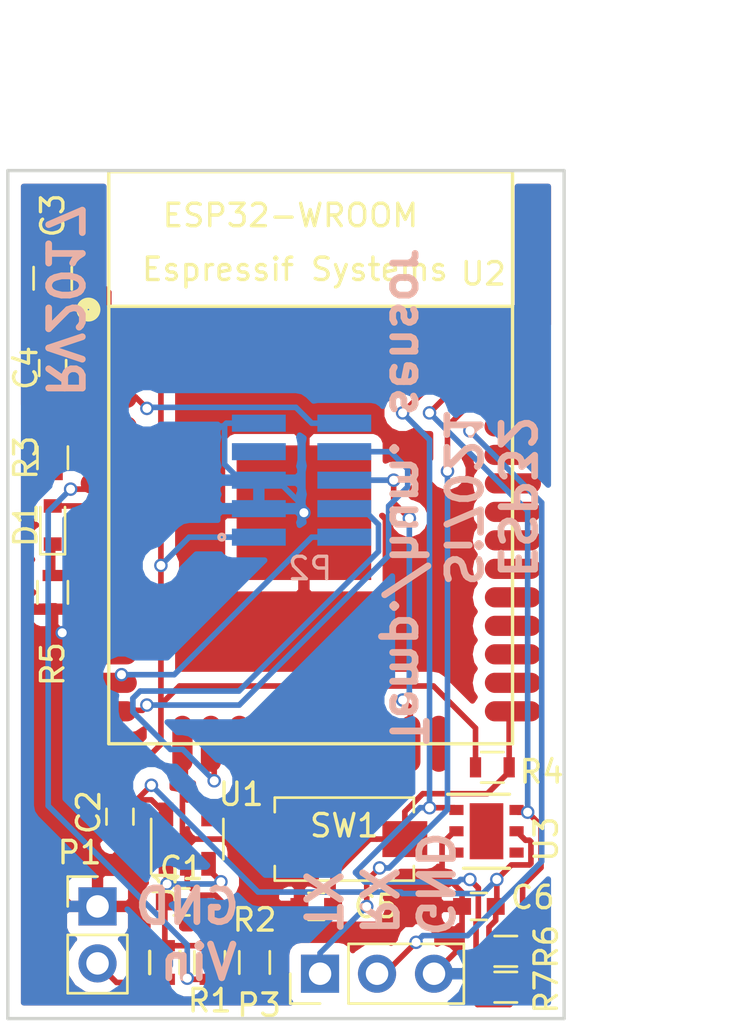
<source format=kicad_pcb>
(kicad_pcb (version 20170123) (host pcbnew "(2017-08-16 revision 90873a101)-master")

  (general
    (thickness 1.6)
    (drawings 14)
    (tracks 282)
    (zones 0)
    (modules 22)
    (nets 43)
  )

  (page A4)
  (layers
    (0 F.Cu signal)
    (31 B.Cu signal)
    (32 B.Adhes user)
    (33 F.Adhes user)
    (34 B.Paste user)
    (35 F.Paste user)
    (36 B.SilkS user)
    (37 F.SilkS user)
    (38 B.Mask user)
    (39 F.Mask user)
    (40 Dwgs.User user)
    (41 Cmts.User user)
    (42 Eco1.User user)
    (43 Eco2.User user)
    (44 Edge.Cuts user)
    (45 Margin user)
    (46 B.CrtYd user)
    (47 F.CrtYd user)
    (48 B.Fab user)
    (49 F.Fab user hide)
  )

  (setup
    (last_trace_width 0.25)
    (trace_clearance 0.2)
    (zone_clearance 0.508)
    (zone_45_only no)
    (trace_min 0.2)
    (segment_width 0.2)
    (edge_width 0.15)
    (via_size 0.6)
    (via_drill 0.4)
    (via_min_size 0.4)
    (via_min_drill 0.3)
    (uvia_size 0.3)
    (uvia_drill 0.1)
    (uvias_allowed no)
    (uvia_min_size 0.2)
    (uvia_min_drill 0.1)
    (pcb_text_width 0.3)
    (pcb_text_size 1.5 1.5)
    (mod_edge_width 0.15)
    (mod_text_size 1 1)
    (mod_text_width 0.15)
    (pad_size 1.524 1.524)
    (pad_drill 0.762)
    (pad_to_mask_clearance 0.2)
    (aux_axis_origin 0 0)
    (visible_elements FFFFEF1F)
    (pcbplotparams
      (layerselection 0x010fc_ffffffff)
      (usegerberextensions false)
      (excludeedgelayer true)
      (linewidth 0.100000)
      (plotframeref false)
      (viasonmask false)
      (mode 1)
      (useauxorigin false)
      (hpglpennumber 1)
      (hpglpenspeed 20)
      (hpglpendiameter 15)
      (psnegative false)
      (psa4output false)
      (plotreference true)
      (plotvalue true)
      (plotinvisibletext false)
      (padsonsilk false)
      (subtractmaskfromsilk false)
      (outputformat 1)
      (mirror false)
      (drillshape 0)
      (scaleselection 1)
      (outputdirectory out))
  )

  (net 0 "")
  (net 1 GND)
  (net 2 VPP)
  (net 3 +3V3)
  (net 4 /IO0)
  (net 5 "Net-(D1-Pad1)")
  (net 6 "Net-(D1-Pad2)")
  (net 7 /TMS)
  (net 8 /TCK)
  (net 9 /TDO)
  (net 10 /TDI)
  (net 11 /N_RST)
  (net 12 /TXD0)
  (net 13 /RXD0)
  (net 14 /V_ADC)
  (net 15 /I2C1_SDA)
  (net 16 /I2C1_SCL)
  (net 17 "Net-(J1-Pad2)")
  (net 18 "Net-(P2-Pad7)")
  (net 19 "Net-(U3-Pad3)")
  (net 20 "Net-(U3-Pad4)")
  (net 21 "Net-(U2-Pad33)")
  (net 22 "Net-(U2-Pad32)")
  (net 23 "Net-(U2-Pad31)")
  (net 24 "Net-(U2-Pad30)")
  (net 25 "Net-(U2-Pad29)")
  (net 26 "Net-(U2-Pad28)")
  (net 27 "Net-(U2-Pad27)")
  (net 28 "Net-(U2-Pad26)")
  (net 29 "Net-(U2-Pad24)")
  (net 30 "Net-(U2-Pad22)")
  (net 31 "Net-(U2-Pad21)")
  (net 32 "Net-(U2-Pad20)")
  (net 33 "Net-(U2-Pad19)")
  (net 34 "Net-(U2-Pad18)")
  (net 35 "Net-(U2-Pad17)")
  (net 36 "Net-(U2-Pad12)")
  (net 37 "Net-(U2-Pad11)")
  (net 38 "Net-(U2-Pad10)")
  (net 39 "Net-(U2-Pad9)")
  (net 40 "Net-(U2-Pad8)")
  (net 41 "Net-(U2-Pad5)")
  (net 42 "Net-(U2-Pad4)")

  (net_class Default "This is the default net class."
    (clearance 0.2)
    (trace_width 0.25)
    (via_dia 0.6)
    (via_drill 0.4)
    (uvia_dia 0.3)
    (uvia_drill 0.1)
    (add_net +3V3)
    (add_net /I2C1_SCL)
    (add_net /I2C1_SDA)
    (add_net /IO0)
    (add_net /N_RST)
    (add_net /RXD0)
    (add_net /TCK)
    (add_net /TDI)
    (add_net /TDO)
    (add_net /TMS)
    (add_net /TXD0)
    (add_net /V_ADC)
    (add_net GND)
    (add_net "Net-(D1-Pad1)")
    (add_net "Net-(D1-Pad2)")
    (add_net "Net-(J1-Pad2)")
    (add_net "Net-(P2-Pad7)")
    (add_net "Net-(U2-Pad10)")
    (add_net "Net-(U2-Pad11)")
    (add_net "Net-(U2-Pad12)")
    (add_net "Net-(U2-Pad17)")
    (add_net "Net-(U2-Pad18)")
    (add_net "Net-(U2-Pad19)")
    (add_net "Net-(U2-Pad20)")
    (add_net "Net-(U2-Pad21)")
    (add_net "Net-(U2-Pad22)")
    (add_net "Net-(U2-Pad24)")
    (add_net "Net-(U2-Pad26)")
    (add_net "Net-(U2-Pad27)")
    (add_net "Net-(U2-Pad28)")
    (add_net "Net-(U2-Pad29)")
    (add_net "Net-(U2-Pad30)")
    (add_net "Net-(U2-Pad31)")
    (add_net "Net-(U2-Pad32)")
    (add_net "Net-(U2-Pad33)")
    (add_net "Net-(U2-Pad4)")
    (add_net "Net-(U2-Pad5)")
    (add_net "Net-(U2-Pad8)")
    (add_net "Net-(U2-Pad9)")
    (add_net "Net-(U3-Pad3)")
    (add_net "Net-(U3-Pad4)")
    (add_net VPP)
  )

  (net_class power ""
    (clearance 0.2)
    (trace_width 0.3)
    (via_dia 0.6)
    (via_drill 0.4)
    (uvia_dia 0.3)
    (uvia_drill 0.1)
  )

  (module ESP32-footprints-Lib:ESP32-WROOM (layer F.Cu) (tedit 57D08EA8) (tstamp 58F92167)
    (at 117.5 115 180)
    (path /58F8FC52)
    (fp_text reference U2 (at -7.7 8.2 180) (layer F.SilkS)
      (effects (font (size 1 1) (thickness 0.15)))
    )
    (fp_text value ESP32-WROOM (at 5.715 14.224 180) (layer F.Fab)
      (effects (font (size 1 1) (thickness 0.15)))
    )
    (fp_text user "Espressif Systems" (at 0.7 8.4) (layer F.SilkS)
      (effects (font (size 1 1) (thickness 0.15)))
    )
    (fp_circle (center 9.906 6.604) (end 10.033 6.858) (layer F.SilkS) (width 0.5))
    (fp_text user ESP32-WROOM (at 0.9 10.8) (layer F.SilkS)
      (effects (font (size 1 1) (thickness 0.15)))
    )
    (fp_line (start -9 6.75) (end 9 6.75) (layer F.SilkS) (width 0.15))
    (fp_line (start 9 12.75) (end 9 -12.75) (layer F.SilkS) (width 0.15))
    (fp_line (start -9 12.75) (end -9 -12.75) (layer F.SilkS) (width 0.15))
    (fp_line (start -9 -12.75) (end 9 -12.75) (layer F.SilkS) (width 0.15))
    (fp_line (start -9 12.75) (end 9 12.75) (layer F.SilkS) (width 0.15))
    (pad 38 smd oval (at -9 5.207 180) (size 2.5 0.9) (layers F.Cu F.Paste F.Mask)
      (net 1 GND))
    (pad 37 smd oval (at -9 3.937 180) (size 2.5 0.9) (layers F.Cu F.Paste F.Mask)
      (net 15 /I2C1_SDA))
    (pad 36 smd oval (at -9 2.667 180) (size 2.5 0.9) (layers F.Cu F.Paste F.Mask)
      (net 16 /I2C1_SCL))
    (pad 35 smd oval (at -9 1.397 180) (size 2.5 0.9) (layers F.Cu F.Paste F.Mask)
      (net 12 /TXD0))
    (pad 34 smd oval (at -9 0.127 180) (size 2.5 0.9) (layers F.Cu F.Paste F.Mask)
      (net 13 /RXD0))
    (pad 33 smd oval (at -9.017 -1.143 180) (size 2.5 0.9) (layers F.Cu F.Paste F.Mask)
      (net 21 "Net-(U2-Pad33)"))
    (pad 32 smd oval (at -9.017 -2.413 180) (size 2.5 0.9) (layers F.Cu F.Paste F.Mask)
      (net 22 "Net-(U2-Pad32)"))
    (pad 31 smd oval (at -9.017 -3.683 180) (size 2.5 0.9) (layers F.Cu F.Paste F.Mask)
      (net 23 "Net-(U2-Pad31)"))
    (pad 30 smd oval (at -9.017 -4.953 180) (size 2.5 0.9) (layers F.Cu F.Paste F.Mask)
      (net 24 "Net-(U2-Pad30)"))
    (pad 29 smd oval (at -9.017 -6.223 180) (size 2.5 0.9) (layers F.Cu F.Paste F.Mask)
      (net 25 "Net-(U2-Pad29)"))
    (pad 28 smd oval (at -9.017 -7.493 180) (size 2.5 0.9) (layers F.Cu F.Paste F.Mask)
      (net 26 "Net-(U2-Pad28)"))
    (pad 27 smd oval (at -9.017 -8.763 180) (size 2.5 0.9) (layers F.Cu F.Paste F.Mask)
      (net 27 "Net-(U2-Pad27)"))
    (pad 26 smd oval (at -9.017 -10.033 180) (size 2.5 0.9) (layers F.Cu F.Paste F.Mask)
      (net 28 "Net-(U2-Pad26)"))
    (pad 25 smd oval (at -9.017 -11.303 180) (size 2.5 0.9) (layers F.Cu F.Paste F.Mask)
      (net 4 /IO0))
    (pad 24 smd oval (at -5.715 -12.75 180) (size 0.9 2.5) (layers F.Cu F.Paste F.Mask)
      (net 29 "Net-(U2-Pad24)"))
    (pad 23 smd oval (at -4.445 -12.75 180) (size 0.9 2.5) (layers F.Cu F.Paste F.Mask)
      (net 9 /TDO))
    (pad 22 smd oval (at -3.175 -12.75 180) (size 0.9 2.5) (layers F.Cu F.Paste F.Mask)
      (net 30 "Net-(U2-Pad22)"))
    (pad 21 smd oval (at -1.905 -12.75 180) (size 0.9 2.5) (layers F.Cu F.Paste F.Mask)
      (net 31 "Net-(U2-Pad21)"))
    (pad 20 smd oval (at -0.635 -12.75 180) (size 0.9 2.5) (layers F.Cu F.Paste F.Mask)
      (net 32 "Net-(U2-Pad20)"))
    (pad 19 smd oval (at 0.635 -12.75 180) (size 0.9 2.5) (layers F.Cu F.Paste F.Mask)
      (net 33 "Net-(U2-Pad19)"))
    (pad 18 smd oval (at 1.905 -12.75 180) (size 0.9 2.5) (layers F.Cu F.Paste F.Mask)
      (net 34 "Net-(U2-Pad18)"))
    (pad 17 smd oval (at 3.175 -12.75 180) (size 0.9 2.5) (layers F.Cu F.Paste F.Mask)
      (net 35 "Net-(U2-Pad17)"))
    (pad 16 smd oval (at 4.445 -12.75 180) (size 0.9 2.5) (layers F.Cu F.Paste F.Mask)
      (net 8 /TCK))
    (pad 15 smd oval (at 5.715 -12.75 180) (size 0.9 2.5) (layers F.Cu F.Paste F.Mask)
      (net 1 GND))
    (pad 14 smd oval (at 9 -11.303 180) (size 2.5 0.9) (layers F.Cu F.Paste F.Mask)
      (net 10 /TDI))
    (pad 13 smd oval (at 9 -10.033 180) (size 2.5 0.9) (layers F.Cu F.Paste F.Mask)
      (net 7 /TMS))
    (pad 12 smd oval (at 9 -8.763 180) (size 2.5 0.9) (layers F.Cu F.Paste F.Mask)
      (net 36 "Net-(U2-Pad12)"))
    (pad 11 smd oval (at 9 -7.493 180) (size 2.5 0.9) (layers F.Cu F.Paste F.Mask)
      (net 37 "Net-(U2-Pad11)"))
    (pad 10 smd oval (at 9 -6.223 180) (size 2.5 0.9) (layers F.Cu F.Paste F.Mask)
      (net 38 "Net-(U2-Pad10)"))
    (pad 9 smd oval (at 9 -4.953 180) (size 2.5 0.9) (layers F.Cu F.Paste F.Mask)
      (net 39 "Net-(U2-Pad9)"))
    (pad 8 smd oval (at 9 -3.683 180) (size 2.5 0.9) (layers F.Cu F.Paste F.Mask)
      (net 40 "Net-(U2-Pad8)"))
    (pad 7 smd oval (at 9 -2.413 180) (size 2.5 0.9) (layers F.Cu F.Paste F.Mask)
      (net 6 "Net-(D1-Pad2)"))
    (pad 6 smd oval (at 9 -1.143 180) (size 2.5 0.9) (layers F.Cu F.Paste F.Mask)
      (net 14 /V_ADC))
    (pad 5 smd oval (at 9 0.127 180) (size 2.5 0.9) (layers F.Cu F.Paste F.Mask)
      (net 41 "Net-(U2-Pad5)"))
    (pad 4 smd oval (at 9 1.397 180) (size 2.5 0.9) (layers F.Cu F.Paste F.Mask)
      (net 42 "Net-(U2-Pad4)"))
    (pad 3 smd oval (at 9 2.667 180) (size 2.5 0.9) (layers F.Cu F.Paste F.Mask)
      (net 11 /N_RST))
    (pad 2 smd oval (at 9 3.937 180) (size 2.5 0.9) (layers F.Cu F.Paste F.Mask)
      (net 3 +3V3))
    (pad 1 smd oval (at 9 5.207 180) (size 2.5 0.9) (layers F.Cu F.Paste F.Mask)
      (net 1 GND))
    (pad 39 smd rect (at 0.3 -2.45 180) (size 6 6) (layers F.Cu F.Paste F.Mask)
      (net 1 GND))
  )

  (module Housings_DFN_QFN:DFN-6-1EP_3x3mm_Pitch0.95mm (layer F.Cu) (tedit 58FE47EB) (tstamp 58F9233F)
    (at 125.34 131.65)
    (descr "DFN6 3*3 MM, 0.95 PITCH; CASE 506AH-01 (see ON Semiconductor 506AH.PDF)")
    (tags "DFN 0.95")
    (path /58F933CD)
    (attr smd)
    (fp_text reference U3 (at 2.66 0.35 90) (layer F.SilkS)
      (effects (font (size 1 1) (thickness 0.15)))
    )
    (fp_text value Si7021 (at 0 2.575) (layer F.Fab)
      (effects (font (size 1 1) (thickness 0.15)))
    )
    (fp_line (start -0.5 -1.5) (end 1.5 -1.5) (layer F.Fab) (width 0.15))
    (fp_line (start 1.5 -1.5) (end 1.5 1.5) (layer F.Fab) (width 0.15))
    (fp_line (start 1.5 1.5) (end -1.5 1.5) (layer F.Fab) (width 0.15))
    (fp_line (start -1.5 1.5) (end -1.5 -0.5) (layer F.Fab) (width 0.15))
    (fp_line (start -1.5 -0.5) (end -0.5 -1.5) (layer F.Fab) (width 0.15))
    (fp_line (start -1.9 -1.85) (end -1.9 1.85) (layer F.CrtYd) (width 0.05))
    (fp_line (start 1.9 -1.85) (end 1.9 1.85) (layer F.CrtYd) (width 0.05))
    (fp_line (start -1.9 -1.85) (end 1.9 -1.85) (layer F.CrtYd) (width 0.05))
    (fp_line (start -1.9 1.85) (end 1.9 1.85) (layer F.CrtYd) (width 0.05))
    (fp_line (start -1.025 1.65) (end 1.025 1.65) (layer F.SilkS) (width 0.15))
    (fp_line (start -1.73 -1.65) (end 1.025 -1.65) (layer F.SilkS) (width 0.15))
    (pad 1 smd rect (at -1.34 -0.95) (size 0.63 0.45) (layers F.Cu F.Paste F.Mask)
      (net 15 /I2C1_SDA))
    (pad 2 smd rect (at -1.34 0) (size 0.63 0.45) (layers F.Cu F.Paste F.Mask)
      (net 1 GND))
    (pad 3 smd rect (at -1.34 0.95) (size 0.63 0.45) (layers F.Cu F.Paste F.Mask)
      (net 19 "Net-(U3-Pad3)"))
    (pad 4 smd rect (at 1.34 0.95) (size 0.63 0.45) (layers F.Cu F.Paste F.Mask)
      (net 20 "Net-(U3-Pad4)"))
    (pad 5 smd rect (at 1.34 0) (size 0.63 0.45) (layers F.Cu F.Paste F.Mask)
      (net 3 +3V3))
    (pad 6 smd rect (at 1.34 -0.95) (size 0.63 0.45) (layers F.Cu F.Paste F.Mask)
      (net 16 /I2C1_SCL))
    (pad 7 smd rect (at 0 0) (size 1.5 2.5) (layers F.Cu F.Paste F.Mask))
    (model Housings_DFN_QFN.3dshapes/DFN-6-1EP_3x3mm_Pitch0.95mm.wrl
      (at (xyz 0 0 0))
      (scale (xyz 1 1 1))
      (rotate (xyz 0 0 0))
    )
  )

  (module Capacitors_SMD:C_0603 (layer F.Cu) (tedit 58AA844E) (tstamp 58F922C5)
    (at 111.75 134.8)
    (descr "Capacitor SMD 0603, reflow soldering, AVX (see smccp.pdf)")
    (tags "capacitor 0603")
    (path /58F91B3A)
    (attr smd)
    (fp_text reference C1 (at 0 -1.5) (layer F.SilkS)
      (effects (font (size 1 1) (thickness 0.15)))
    )
    (fp_text value 1uF (at 0 1.5) (layer F.Fab)
      (effects (font (size 1 1) (thickness 0.15)))
    )
    (fp_text user %R (at 0 -1.5) (layer F.Fab)
      (effects (font (size 1 1) (thickness 0.15)))
    )
    (fp_line (start -0.8 0.4) (end -0.8 -0.4) (layer F.Fab) (width 0.1))
    (fp_line (start 0.8 0.4) (end -0.8 0.4) (layer F.Fab) (width 0.1))
    (fp_line (start 0.8 -0.4) (end 0.8 0.4) (layer F.Fab) (width 0.1))
    (fp_line (start -0.8 -0.4) (end 0.8 -0.4) (layer F.Fab) (width 0.1))
    (fp_line (start -0.35 -0.6) (end 0.35 -0.6) (layer F.SilkS) (width 0.12))
    (fp_line (start 0.35 0.6) (end -0.35 0.6) (layer F.SilkS) (width 0.12))
    (fp_line (start -1.4 -0.65) (end 1.4 -0.65) (layer F.CrtYd) (width 0.05))
    (fp_line (start -1.4 -0.65) (end -1.4 0.65) (layer F.CrtYd) (width 0.05))
    (fp_line (start 1.4 0.65) (end 1.4 -0.65) (layer F.CrtYd) (width 0.05))
    (fp_line (start 1.4 0.65) (end -1.4 0.65) (layer F.CrtYd) (width 0.05))
    (pad 1 smd rect (at -0.75 0) (size 0.8 0.75) (layers F.Cu F.Paste F.Mask)
      (net 2 VPP))
    (pad 2 smd rect (at 0.75 0) (size 0.8 0.75) (layers F.Cu F.Paste F.Mask)
      (net 1 GND))
    (model Capacitors_SMD.3dshapes/C_0603.wrl
      (at (xyz 0 0 0))
      (scale (xyz 1 1 1))
      (rotate (xyz 0 0 0))
    )
  )

  (module Capacitors_SMD:C_0603 (layer F.Cu) (tedit 58AA844E) (tstamp 58F922CB)
    (at 109 131 270)
    (descr "Capacitor SMD 0603, reflow soldering, AVX (see smccp.pdf)")
    (tags "capacitor 0603")
    (path /58F91E20)
    (attr smd)
    (fp_text reference C2 (at -0.2 1.4 270) (layer F.SilkS)
      (effects (font (size 1 1) (thickness 0.15)))
    )
    (fp_text value 1uF (at 0 1.5 270) (layer F.Fab)
      (effects (font (size 1 1) (thickness 0.15)))
    )
    (fp_text user %R (at 0 -1.5 270) (layer F.Fab)
      (effects (font (size 1 1) (thickness 0.15)))
    )
    (fp_line (start -0.8 0.4) (end -0.8 -0.4) (layer F.Fab) (width 0.1))
    (fp_line (start 0.8 0.4) (end -0.8 0.4) (layer F.Fab) (width 0.1))
    (fp_line (start 0.8 -0.4) (end 0.8 0.4) (layer F.Fab) (width 0.1))
    (fp_line (start -0.8 -0.4) (end 0.8 -0.4) (layer F.Fab) (width 0.1))
    (fp_line (start -0.35 -0.6) (end 0.35 -0.6) (layer F.SilkS) (width 0.12))
    (fp_line (start 0.35 0.6) (end -0.35 0.6) (layer F.SilkS) (width 0.12))
    (fp_line (start -1.4 -0.65) (end 1.4 -0.65) (layer F.CrtYd) (width 0.05))
    (fp_line (start -1.4 -0.65) (end -1.4 0.65) (layer F.CrtYd) (width 0.05))
    (fp_line (start 1.4 0.65) (end 1.4 -0.65) (layer F.CrtYd) (width 0.05))
    (fp_line (start 1.4 0.65) (end -1.4 0.65) (layer F.CrtYd) (width 0.05))
    (pad 1 smd rect (at -0.75 0 270) (size 0.8 0.75) (layers F.Cu F.Paste F.Mask)
      (net 3 +3V3))
    (pad 2 smd rect (at 0.75 0 270) (size 0.8 0.75) (layers F.Cu F.Paste F.Mask)
      (net 1 GND))
    (model Capacitors_SMD.3dshapes/C_0603.wrl
      (at (xyz 0 0 0))
      (scale (xyz 1 1 1))
      (rotate (xyz 0 0 0))
    )
  )

  (module Capacitors_SMD:C_0805 (layer F.Cu) (tedit 58AA8463) (tstamp 58F922D1)
    (at 106 107 90)
    (descr "Capacitor SMD 0805, reflow soldering, AVX (see smccp.pdf)")
    (tags "capacitor 0805")
    (path /58F909FB)
    (attr smd)
    (fp_text reference C3 (at 2.8 0 90) (layer F.SilkS)
      (effects (font (size 1 1) (thickness 0.15)))
    )
    (fp_text value 22uF (at 0 1.75 90) (layer F.Fab)
      (effects (font (size 1 1) (thickness 0.15)))
    )
    (fp_text user %R (at 0 -1.5 90) (layer F.Fab)
      (effects (font (size 1 1) (thickness 0.15)))
    )
    (fp_line (start -1 0.62) (end -1 -0.62) (layer F.Fab) (width 0.1))
    (fp_line (start 1 0.62) (end -1 0.62) (layer F.Fab) (width 0.1))
    (fp_line (start 1 -0.62) (end 1 0.62) (layer F.Fab) (width 0.1))
    (fp_line (start -1 -0.62) (end 1 -0.62) (layer F.Fab) (width 0.1))
    (fp_line (start 0.5 -0.85) (end -0.5 -0.85) (layer F.SilkS) (width 0.12))
    (fp_line (start -0.5 0.85) (end 0.5 0.85) (layer F.SilkS) (width 0.12))
    (fp_line (start -1.75 -0.88) (end 1.75 -0.88) (layer F.CrtYd) (width 0.05))
    (fp_line (start -1.75 -0.88) (end -1.75 0.87) (layer F.CrtYd) (width 0.05))
    (fp_line (start 1.75 0.87) (end 1.75 -0.88) (layer F.CrtYd) (width 0.05))
    (fp_line (start 1.75 0.87) (end -1.75 0.87) (layer F.CrtYd) (width 0.05))
    (pad 1 smd rect (at -1 0 90) (size 1 1.25) (layers F.Cu F.Paste F.Mask)
      (net 3 +3V3))
    (pad 2 smd rect (at 1 0 90) (size 1 1.25) (layers F.Cu F.Paste F.Mask)
      (net 1 GND))
    (model Capacitors_SMD.3dshapes/C_0805.wrl
      (at (xyz 0 0 0))
      (scale (xyz 1 1 1))
      (rotate (xyz 0 0 0))
    )
  )

  (module Capacitors_SMD:C_0603 (layer F.Cu) (tedit 58AA844E) (tstamp 58F922D7)
    (at 106 111 90)
    (descr "Capacitor SMD 0603, reflow soldering, AVX (see smccp.pdf)")
    (tags "capacitor 0603")
    (path /58F8FF7B)
    (attr smd)
    (fp_text reference C4 (at 0 -1.2 90) (layer F.SilkS)
      (effects (font (size 1 1) (thickness 0.15)))
    )
    (fp_text value 0.1uF (at 0 1.5 90) (layer F.Fab)
      (effects (font (size 1 1) (thickness 0.15)))
    )
    (fp_text user %R (at 0 -1.5 90) (layer F.Fab)
      (effects (font (size 1 1) (thickness 0.15)))
    )
    (fp_line (start -0.8 0.4) (end -0.8 -0.4) (layer F.Fab) (width 0.1))
    (fp_line (start 0.8 0.4) (end -0.8 0.4) (layer F.Fab) (width 0.1))
    (fp_line (start 0.8 -0.4) (end 0.8 0.4) (layer F.Fab) (width 0.1))
    (fp_line (start -0.8 -0.4) (end 0.8 -0.4) (layer F.Fab) (width 0.1))
    (fp_line (start -0.35 -0.6) (end 0.35 -0.6) (layer F.SilkS) (width 0.12))
    (fp_line (start 0.35 0.6) (end -0.35 0.6) (layer F.SilkS) (width 0.12))
    (fp_line (start -1.4 -0.65) (end 1.4 -0.65) (layer F.CrtYd) (width 0.05))
    (fp_line (start -1.4 -0.65) (end -1.4 0.65) (layer F.CrtYd) (width 0.05))
    (fp_line (start 1.4 0.65) (end 1.4 -0.65) (layer F.CrtYd) (width 0.05))
    (fp_line (start 1.4 0.65) (end -1.4 0.65) (layer F.CrtYd) (width 0.05))
    (pad 1 smd rect (at -0.75 0 90) (size 0.8 0.75) (layers F.Cu F.Paste F.Mask)
      (net 3 +3V3))
    (pad 2 smd rect (at 0.75 0 90) (size 0.8 0.75) (layers F.Cu F.Paste F.Mask)
      (net 1 GND))
    (model Capacitors_SMD.3dshapes/C_0603.wrl
      (at (xyz 0 0 0))
      (scale (xyz 1 1 1))
      (rotate (xyz 0 0 0))
    )
  )

  (module Capacitors_SMD:C_0603 (layer F.Cu) (tedit 58AA844E) (tstamp 58F922DD)
    (at 117.75 135)
    (descr "Capacitor SMD 0603, reflow soldering, AVX (see smccp.pdf)")
    (tags "capacitor 0603")
    (path /58F907F2)
    (attr smd)
    (fp_text reference C5 (at 2.65 0) (layer F.SilkS)
      (effects (font (size 1 1) (thickness 0.15)))
    )
    (fp_text value 0.1uF (at 0 1.5) (layer F.Fab)
      (effects (font (size 1 1) (thickness 0.15)))
    )
    (fp_text user %R (at 0 -1.5) (layer F.Fab)
      (effects (font (size 1 1) (thickness 0.15)))
    )
    (fp_line (start -0.8 0.4) (end -0.8 -0.4) (layer F.Fab) (width 0.1))
    (fp_line (start 0.8 0.4) (end -0.8 0.4) (layer F.Fab) (width 0.1))
    (fp_line (start 0.8 -0.4) (end 0.8 0.4) (layer F.Fab) (width 0.1))
    (fp_line (start -0.8 -0.4) (end 0.8 -0.4) (layer F.Fab) (width 0.1))
    (fp_line (start -0.35 -0.6) (end 0.35 -0.6) (layer F.SilkS) (width 0.12))
    (fp_line (start 0.35 0.6) (end -0.35 0.6) (layer F.SilkS) (width 0.12))
    (fp_line (start -1.4 -0.65) (end 1.4 -0.65) (layer F.CrtYd) (width 0.05))
    (fp_line (start -1.4 -0.65) (end -1.4 0.65) (layer F.CrtYd) (width 0.05))
    (fp_line (start 1.4 0.65) (end 1.4 -0.65) (layer F.CrtYd) (width 0.05))
    (fp_line (start 1.4 0.65) (end -1.4 0.65) (layer F.CrtYd) (width 0.05))
    (pad 1 smd rect (at -0.75 0) (size 0.8 0.75) (layers F.Cu F.Paste F.Mask)
      (net 1 GND))
    (pad 2 smd rect (at 0.75 0) (size 0.8 0.75) (layers F.Cu F.Paste F.Mask)
      (net 4 /IO0))
    (model Capacitors_SMD.3dshapes/C_0603.wrl
      (at (xyz 0 0 0))
      (scale (xyz 1 1 1))
      (rotate (xyz 0 0 0))
    )
  )

  (module Capacitors_SMD:C_0603 (layer F.Cu) (tedit 58AA844E) (tstamp 58F922E3)
    (at 125 135 180)
    (descr "Capacitor SMD 0603, reflow soldering, AVX (see smccp.pdf)")
    (tags "capacitor 0603")
    (path /58F93AA7)
    (attr smd)
    (fp_text reference C6 (at -2.4 0.4 180) (layer F.SilkS)
      (effects (font (size 1 1) (thickness 0.15)))
    )
    (fp_text value 1uF (at 0 1.5 180) (layer F.Fab)
      (effects (font (size 1 1) (thickness 0.15)))
    )
    (fp_text user %R (at 0 -1.5 180) (layer F.Fab)
      (effects (font (size 1 1) (thickness 0.15)))
    )
    (fp_line (start -0.8 0.4) (end -0.8 -0.4) (layer F.Fab) (width 0.1))
    (fp_line (start 0.8 0.4) (end -0.8 0.4) (layer F.Fab) (width 0.1))
    (fp_line (start 0.8 -0.4) (end 0.8 0.4) (layer F.Fab) (width 0.1))
    (fp_line (start -0.8 -0.4) (end 0.8 -0.4) (layer F.Fab) (width 0.1))
    (fp_line (start -0.35 -0.6) (end 0.35 -0.6) (layer F.SilkS) (width 0.12))
    (fp_line (start 0.35 0.6) (end -0.35 0.6) (layer F.SilkS) (width 0.12))
    (fp_line (start -1.4 -0.65) (end 1.4 -0.65) (layer F.CrtYd) (width 0.05))
    (fp_line (start -1.4 -0.65) (end -1.4 0.65) (layer F.CrtYd) (width 0.05))
    (fp_line (start 1.4 0.65) (end 1.4 -0.65) (layer F.CrtYd) (width 0.05))
    (fp_line (start 1.4 0.65) (end -1.4 0.65) (layer F.CrtYd) (width 0.05))
    (pad 1 smd rect (at -0.75 0 180) (size 0.8 0.75) (layers F.Cu F.Paste F.Mask)
      (net 3 +3V3))
    (pad 2 smd rect (at 0.75 0 180) (size 0.8 0.75) (layers F.Cu F.Paste F.Mask)
      (net 1 GND))
    (model Capacitors_SMD.3dshapes/C_0603.wrl
      (at (xyz 0 0 0))
      (scale (xyz 1 1 1))
      (rotate (xyz 0 0 0))
    )
  )

  (module Diodes_SMD:D_0603 (layer F.Cu) (tedit 5863D73A) (tstamp 58F922E9)
    (at 106 118 90)
    (descr "Diode SMD in 0603 package")
    (tags "smd diode")
    (path /58F95128)
    (attr smd)
    (fp_text reference D1 (at 0 -1.2 90) (layer F.SilkS)
      (effects (font (size 1 1) (thickness 0.15)))
    )
    (fp_text value LED (at 0 -1.5 90) (layer F.Fab)
      (effects (font (size 1 1) (thickness 0.15)))
    )
    (fp_line (start -1.3 -0.55) (end -1.3 0.55) (layer F.SilkS) (width 0.12))
    (fp_line (start 1.4 0.65) (end 1.4 -0.65) (layer F.CrtYd) (width 0.05))
    (fp_line (start -1.4 0.65) (end 1.4 0.65) (layer F.CrtYd) (width 0.05))
    (fp_line (start -1.4 -0.65) (end -1.4 0.65) (layer F.CrtYd) (width 0.05))
    (fp_line (start 1.4 -0.65) (end -1.4 -0.65) (layer F.CrtYd) (width 0.05))
    (fp_line (start 0.2 0) (end 0.4 0) (layer F.Fab) (width 0.1))
    (fp_line (start -0.1 0) (end -0.3 0) (layer F.Fab) (width 0.1))
    (fp_line (start -0.1 -0.2) (end -0.1 0.2) (layer F.Fab) (width 0.1))
    (fp_line (start 0.2 0.2) (end 0.2 -0.2) (layer F.Fab) (width 0.1))
    (fp_line (start -0.1 0) (end 0.2 0.2) (layer F.Fab) (width 0.1))
    (fp_line (start 0.2 -0.2) (end -0.1 0) (layer F.Fab) (width 0.1))
    (fp_line (start -0.8 0.4) (end -0.8 -0.4) (layer F.Fab) (width 0.1))
    (fp_line (start 0.8 0.4) (end -0.8 0.4) (layer F.Fab) (width 0.1))
    (fp_line (start 0.8 -0.4) (end 0.8 0.4) (layer F.Fab) (width 0.1))
    (fp_line (start -0.8 -0.4) (end 0.8 -0.4) (layer F.Fab) (width 0.1))
    (fp_line (start -1.3 0.55) (end 0.8 0.55) (layer F.SilkS) (width 0.12))
    (fp_line (start -1.3 -0.55) (end 0.8 -0.55) (layer F.SilkS) (width 0.12))
    (pad 1 smd rect (at -0.85 0 90) (size 0.6 0.8) (layers F.Cu F.Paste F.Mask)
      (net 5 "Net-(D1-Pad1)"))
    (pad 2 smd rect (at 0.85 0 90) (size 0.6 0.8) (layers F.Cu F.Paste F.Mask)
      (net 6 "Net-(D1-Pad2)"))
  )

  (module Pin_Headers:Pin_Header_Straight_1x02_Pitch2.54mm (layer F.Cu) (tedit 58CD4EC1) (tstamp 58F922EF)
    (at 108 135)
    (descr "Through hole straight pin header, 1x02, 2.54mm pitch, single row")
    (tags "Through hole pin header THT 1x02 2.54mm single row")
    (path /58F9174B)
    (fp_text reference P1 (at -0.8 -2.4) (layer F.SilkS)
      (effects (font (size 1 1) (thickness 0.15)))
    )
    (fp_text value PWR (at 0 4.87) (layer F.Fab)
      (effects (font (size 1 1) (thickness 0.15)))
    )
    (fp_line (start -1.27 -1.27) (end -1.27 3.81) (layer F.Fab) (width 0.1))
    (fp_line (start -1.27 3.81) (end 1.27 3.81) (layer F.Fab) (width 0.1))
    (fp_line (start 1.27 3.81) (end 1.27 -1.27) (layer F.Fab) (width 0.1))
    (fp_line (start 1.27 -1.27) (end -1.27 -1.27) (layer F.Fab) (width 0.1))
    (fp_line (start -1.33 1.27) (end -1.33 3.87) (layer F.SilkS) (width 0.12))
    (fp_line (start -1.33 3.87) (end 1.33 3.87) (layer F.SilkS) (width 0.12))
    (fp_line (start 1.33 3.87) (end 1.33 1.27) (layer F.SilkS) (width 0.12))
    (fp_line (start 1.33 1.27) (end -1.33 1.27) (layer F.SilkS) (width 0.12))
    (fp_line (start -1.33 0) (end -1.33 -1.33) (layer F.SilkS) (width 0.12))
    (fp_line (start -1.33 -1.33) (end 0 -1.33) (layer F.SilkS) (width 0.12))
    (fp_line (start -1.8 -1.8) (end -1.8 4.35) (layer F.CrtYd) (width 0.05))
    (fp_line (start -1.8 4.35) (end 1.8 4.35) (layer F.CrtYd) (width 0.05))
    (fp_line (start 1.8 4.35) (end 1.8 -1.8) (layer F.CrtYd) (width 0.05))
    (fp_line (start 1.8 -1.8) (end -1.8 -1.8) (layer F.CrtYd) (width 0.05))
    (fp_text user %R (at 0 -2.33) (layer F.Fab)
      (effects (font (size 1 1) (thickness 0.15)))
    )
    (pad 1 thru_hole rect (at 0 0) (size 1.7 1.7) (drill 1) (layers *.Cu *.Mask)
      (net 1 GND))
    (pad 2 thru_hole oval (at 0 2.54) (size 1.7 1.7) (drill 1) (layers *.Cu *.Mask)
      (net 17 "Net-(J1-Pad2)"))
    (model ${KISYS3DMOD}/Pin_Headers.3dshapes/Pin_Header_Straight_1x02_Pitch2.54mm.wrl
      (at (xyz 0 -0.05 0))
      (scale (xyz 1 1 1))
      (rotate (xyz 0 0 90))
    )
  )

  (module pin_headers_1.27mm:Pin_Header_1.27mm_2x5 (layer B.Cu) (tedit 568D6D45) (tstamp 58F922FD)
    (at 115.19 118.54)
    (path /58F9008D)
    (fp_text reference P2 (at 2.286 1.397) (layer B.SilkS)
      (effects (font (size 1 1) (thickness 0.15)) (justify mirror))
    )
    (fp_text value CONN_JTAG (at 0.254 3.683) (layer B.Fab) hide
      (effects (font (size 1 1) (thickness 0.15)) (justify mirror))
    )
    (fp_circle (center -1.651 0) (end -1.651 -0.127) (layer B.SilkS) (width 0.15))
    (pad 1 smd rect (at 0 0) (size 2.4 0.76) (layers B.Cu B.Paste B.Mask)
      (net 3 +3V3))
    (pad 2 smd rect (at 3.81 0) (size 2.4 0.76) (layers B.Cu B.Paste B.Mask)
      (net 7 /TMS))
    (pad 3 smd rect (at 0 -1.27) (size 2.4 0.76) (layers B.Cu B.Paste B.Mask)
      (net 1 GND))
    (pad 4 smd rect (at 3.81 -1.27) (size 2.4 0.76) (layers B.Cu B.Paste B.Mask)
      (net 8 /TCK))
    (pad 5 smd rect (at 0 -2.54) (size 2.4 0.76) (layers B.Cu B.Paste B.Mask)
      (net 1 GND))
    (pad 6 smd rect (at 3.81 -2.54) (size 2.4 0.76) (layers B.Cu B.Paste B.Mask)
      (net 9 /TDO))
    (pad 7 smd rect (at 0 -3.81) (size 2.4 0.76) (layers B.Cu B.Paste B.Mask)
      (net 18 "Net-(P2-Pad7)"))
    (pad 8 smd rect (at 3.81 -3.81) (size 2.4 0.76) (layers B.Cu B.Paste B.Mask)
      (net 10 /TDI))
    (pad 9 smd rect (at 0 -5.08) (size 2.4 0.76) (layers B.Cu B.Paste B.Mask)
      (net 1 GND))
    (pad 10 smd rect (at 3.81 -5.08) (size 2.4 0.76) (layers B.Cu B.Paste B.Mask)
      (net 11 /N_RST))
  )

  (module Pin_Headers:Pin_Header_Straight_1x03_Pitch2.54mm (layer F.Cu) (tedit 58CD4EC1) (tstamp 58F92304)
    (at 117.92 138 90)
    (descr "Through hole straight pin header, 1x03, 2.54mm pitch, single row")
    (tags "Through hole pin header THT 1x03 2.54mm single row")
    (path /58F90E35)
    (fp_text reference P3 (at -1.4 -2.72) (layer F.SilkS)
      (effects (font (size 1 1) (thickness 0.15)))
    )
    (fp_text value DBG (at 0 7.41 90) (layer F.Fab)
      (effects (font (size 1 1) (thickness 0.15)))
    )
    (fp_line (start -1.27 -1.27) (end -1.27 6.35) (layer F.Fab) (width 0.1))
    (fp_line (start -1.27 6.35) (end 1.27 6.35) (layer F.Fab) (width 0.1))
    (fp_line (start 1.27 6.35) (end 1.27 -1.27) (layer F.Fab) (width 0.1))
    (fp_line (start 1.27 -1.27) (end -1.27 -1.27) (layer F.Fab) (width 0.1))
    (fp_line (start -1.33 1.27) (end -1.33 6.41) (layer F.SilkS) (width 0.12))
    (fp_line (start -1.33 6.41) (end 1.33 6.41) (layer F.SilkS) (width 0.12))
    (fp_line (start 1.33 6.41) (end 1.33 1.27) (layer F.SilkS) (width 0.12))
    (fp_line (start 1.33 1.27) (end -1.33 1.27) (layer F.SilkS) (width 0.12))
    (fp_line (start -1.33 0) (end -1.33 -1.33) (layer F.SilkS) (width 0.12))
    (fp_line (start -1.33 -1.33) (end 0 -1.33) (layer F.SilkS) (width 0.12))
    (fp_line (start -1.8 -1.8) (end -1.8 6.85) (layer F.CrtYd) (width 0.05))
    (fp_line (start -1.8 6.85) (end 1.8 6.85) (layer F.CrtYd) (width 0.05))
    (fp_line (start 1.8 6.85) (end 1.8 -1.8) (layer F.CrtYd) (width 0.05))
    (fp_line (start 1.8 -1.8) (end -1.8 -1.8) (layer F.CrtYd) (width 0.05))
    (fp_text user %R (at 0 -2.33 90) (layer F.Fab)
      (effects (font (size 1 1) (thickness 0.15)))
    )
    (pad 1 thru_hole rect (at 0 0 90) (size 1.7 1.7) (drill 1) (layers *.Cu *.Mask)
      (net 12 /TXD0))
    (pad 2 thru_hole oval (at 0 2.54 90) (size 1.7 1.7) (drill 1) (layers *.Cu *.Mask)
      (net 13 /RXD0))
    (pad 3 thru_hole oval (at 0 5.08 90) (size 1.7 1.7) (drill 1) (layers *.Cu *.Mask)
      (net 1 GND))
    (model ${KISYS3DMOD}/Pin_Headers.3dshapes/Pin_Header_Straight_1x03_Pitch2.54mm.wrl
      (at (xyz 0 -0.1 0))
      (scale (xyz 1 1 1))
      (rotate (xyz 0 0 90))
    )
  )

  (module Resistors_SMD:R_0603 (layer F.Cu) (tedit 58E0A804) (tstamp 58F9230A)
    (at 113 137.5 270)
    (descr "Resistor SMD 0603, reflow soldering, Vishay (see dcrcw.pdf)")
    (tags "resistor 0603")
    (path /58F929E5)
    (attr smd)
    (fp_text reference R1 (at 1.7 0) (layer F.SilkS)
      (effects (font (size 1 1) (thickness 0.15)))
    )
    (fp_text value 47K (at 0 1.5 270) (layer F.Fab)
      (effects (font (size 1 1) (thickness 0.15)))
    )
    (fp_text user %R (at 0 0 270) (layer F.Fab)
      (effects (font (size 0.5 0.5) (thickness 0.075)))
    )
    (fp_line (start -0.8 0.4) (end -0.8 -0.4) (layer F.Fab) (width 0.1))
    (fp_line (start 0.8 0.4) (end -0.8 0.4) (layer F.Fab) (width 0.1))
    (fp_line (start 0.8 -0.4) (end 0.8 0.4) (layer F.Fab) (width 0.1))
    (fp_line (start -0.8 -0.4) (end 0.8 -0.4) (layer F.Fab) (width 0.1))
    (fp_line (start 0.5 0.68) (end -0.5 0.68) (layer F.SilkS) (width 0.12))
    (fp_line (start -0.5 -0.68) (end 0.5 -0.68) (layer F.SilkS) (width 0.12))
    (fp_line (start -1.25 -0.7) (end 1.25 -0.7) (layer F.CrtYd) (width 0.05))
    (fp_line (start -1.25 -0.7) (end -1.25 0.7) (layer F.CrtYd) (width 0.05))
    (fp_line (start 1.25 0.7) (end 1.25 -0.7) (layer F.CrtYd) (width 0.05))
    (fp_line (start 1.25 0.7) (end -1.25 0.7) (layer F.CrtYd) (width 0.05))
    (pad 1 smd rect (at -0.75 0 270) (size 0.5 0.9) (layers F.Cu F.Paste F.Mask)
      (net 2 VPP))
    (pad 2 smd rect (at 0.75 0 270) (size 0.5 0.9) (layers F.Cu F.Paste F.Mask)
      (net 14 /V_ADC))
    (model ${KISYS3DMOD}/Resistors_SMD.3dshapes/R_0603.wrl
      (at (xyz 0 0 0))
      (scale (xyz 1 1 1))
      (rotate (xyz 0 0 0))
    )
  )

  (module Resistors_SMD:R_0603 (layer F.Cu) (tedit 58E0A804) (tstamp 58F92310)
    (at 115 137.5 90)
    (descr "Resistor SMD 0603, reflow soldering, Vishay (see dcrcw.pdf)")
    (tags "resistor 0603")
    (path /58F92A6E)
    (attr smd)
    (fp_text reference R2 (at 1.9 0 180) (layer F.SilkS)
      (effects (font (size 1 1) (thickness 0.15)))
    )
    (fp_text value 100K (at 0 1.5 90) (layer F.Fab)
      (effects (font (size 1 1) (thickness 0.15)))
    )
    (fp_text user %R (at 0 0 90) (layer F.Fab)
      (effects (font (size 0.5 0.5) (thickness 0.075)))
    )
    (fp_line (start -0.8 0.4) (end -0.8 -0.4) (layer F.Fab) (width 0.1))
    (fp_line (start 0.8 0.4) (end -0.8 0.4) (layer F.Fab) (width 0.1))
    (fp_line (start 0.8 -0.4) (end 0.8 0.4) (layer F.Fab) (width 0.1))
    (fp_line (start -0.8 -0.4) (end 0.8 -0.4) (layer F.Fab) (width 0.1))
    (fp_line (start 0.5 0.68) (end -0.5 0.68) (layer F.SilkS) (width 0.12))
    (fp_line (start -0.5 -0.68) (end 0.5 -0.68) (layer F.SilkS) (width 0.12))
    (fp_line (start -1.25 -0.7) (end 1.25 -0.7) (layer F.CrtYd) (width 0.05))
    (fp_line (start -1.25 -0.7) (end -1.25 0.7) (layer F.CrtYd) (width 0.05))
    (fp_line (start 1.25 0.7) (end 1.25 -0.7) (layer F.CrtYd) (width 0.05))
    (fp_line (start 1.25 0.7) (end -1.25 0.7) (layer F.CrtYd) (width 0.05))
    (pad 1 smd rect (at -0.75 0 90) (size 0.5 0.9) (layers F.Cu F.Paste F.Mask)
      (net 14 /V_ADC))
    (pad 2 smd rect (at 0.75 0 90) (size 0.5 0.9) (layers F.Cu F.Paste F.Mask)
      (net 1 GND))
    (model ${KISYS3DMOD}/Resistors_SMD.3dshapes/R_0603.wrl
      (at (xyz 0 0 0))
      (scale (xyz 1 1 1))
      (rotate (xyz 0 0 0))
    )
  )

  (module Resistors_SMD:R_0603 (layer F.Cu) (tedit 58E0A804) (tstamp 58F92316)
    (at 106 115 90)
    (descr "Resistor SMD 0603, reflow soldering, Vishay (see dcrcw.pdf)")
    (tags "resistor 0603")
    (path /58F903F5)
    (attr smd)
    (fp_text reference R3 (at 0 -1.2 90) (layer F.SilkS)
      (effects (font (size 1 1) (thickness 0.15)))
    )
    (fp_text value 10K (at 0 1.5 90) (layer F.Fab)
      (effects (font (size 1 1) (thickness 0.15)))
    )
    (fp_text user %R (at 0 0 90) (layer F.Fab)
      (effects (font (size 0.5 0.5) (thickness 0.075)))
    )
    (fp_line (start -0.8 0.4) (end -0.8 -0.4) (layer F.Fab) (width 0.1))
    (fp_line (start 0.8 0.4) (end -0.8 0.4) (layer F.Fab) (width 0.1))
    (fp_line (start 0.8 -0.4) (end 0.8 0.4) (layer F.Fab) (width 0.1))
    (fp_line (start -0.8 -0.4) (end 0.8 -0.4) (layer F.Fab) (width 0.1))
    (fp_line (start 0.5 0.68) (end -0.5 0.68) (layer F.SilkS) (width 0.12))
    (fp_line (start -0.5 -0.68) (end 0.5 -0.68) (layer F.SilkS) (width 0.12))
    (fp_line (start -1.25 -0.7) (end 1.25 -0.7) (layer F.CrtYd) (width 0.05))
    (fp_line (start -1.25 -0.7) (end -1.25 0.7) (layer F.CrtYd) (width 0.05))
    (fp_line (start 1.25 0.7) (end 1.25 -0.7) (layer F.CrtYd) (width 0.05))
    (fp_line (start 1.25 0.7) (end -1.25 0.7) (layer F.CrtYd) (width 0.05))
    (pad 1 smd rect (at -0.75 0 90) (size 0.5 0.9) (layers F.Cu F.Paste F.Mask)
      (net 3 +3V3))
    (pad 2 smd rect (at 0.75 0 90) (size 0.5 0.9) (layers F.Cu F.Paste F.Mask)
      (net 11 /N_RST))
    (model ${KISYS3DMOD}/Resistors_SMD.3dshapes/R_0603.wrl
      (at (xyz 0 0 0))
      (scale (xyz 1 1 1))
      (rotate (xyz 0 0 0))
    )
  )

  (module Resistors_SMD:R_0603 (layer F.Cu) (tedit 58E0A804) (tstamp 58F9231C)
    (at 125.6 128.8)
    (descr "Resistor SMD 0603, reflow soldering, Vishay (see dcrcw.pdf)")
    (tags "resistor 0603")
    (path /58F904EB)
    (attr smd)
    (fp_text reference R4 (at 2.2 0.2) (layer F.SilkS)
      (effects (font (size 1 1) (thickness 0.15)))
    )
    (fp_text value 10K (at 0 1.5) (layer F.Fab)
      (effects (font (size 1 1) (thickness 0.15)))
    )
    (fp_text user %R (at 0 0) (layer F.Fab)
      (effects (font (size 0.5 0.5) (thickness 0.075)))
    )
    (fp_line (start -0.8 0.4) (end -0.8 -0.4) (layer F.Fab) (width 0.1))
    (fp_line (start 0.8 0.4) (end -0.8 0.4) (layer F.Fab) (width 0.1))
    (fp_line (start 0.8 -0.4) (end 0.8 0.4) (layer F.Fab) (width 0.1))
    (fp_line (start -0.8 -0.4) (end 0.8 -0.4) (layer F.Fab) (width 0.1))
    (fp_line (start 0.5 0.68) (end -0.5 0.68) (layer F.SilkS) (width 0.12))
    (fp_line (start -0.5 -0.68) (end 0.5 -0.68) (layer F.SilkS) (width 0.12))
    (fp_line (start -1.25 -0.7) (end 1.25 -0.7) (layer F.CrtYd) (width 0.05))
    (fp_line (start -1.25 -0.7) (end -1.25 0.7) (layer F.CrtYd) (width 0.05))
    (fp_line (start 1.25 0.7) (end 1.25 -0.7) (layer F.CrtYd) (width 0.05))
    (fp_line (start 1.25 0.7) (end -1.25 0.7) (layer F.CrtYd) (width 0.05))
    (pad 1 smd rect (at -0.75 0) (size 0.5 0.9) (layers F.Cu F.Paste F.Mask)
      (net 3 +3V3))
    (pad 2 smd rect (at 0.75 0) (size 0.5 0.9) (layers F.Cu F.Paste F.Mask)
      (net 4 /IO0))
    (model ${KISYS3DMOD}/Resistors_SMD.3dshapes/R_0603.wrl
      (at (xyz 0 0 0))
      (scale (xyz 1 1 1))
      (rotate (xyz 0 0 0))
    )
  )

  (module Resistors_SMD:R_0603 (layer F.Cu) (tedit 58E0A804) (tstamp 58F92322)
    (at 106 121 270)
    (descr "Resistor SMD 0603, reflow soldering, Vishay (see dcrcw.pdf)")
    (tags "resistor 0603")
    (path /58F95347)
    (attr smd)
    (fp_text reference R5 (at 3.2 0 270) (layer F.SilkS)
      (effects (font (size 1 1) (thickness 0.15)))
    )
    (fp_text value 220R (at 0 1.5 270) (layer F.Fab)
      (effects (font (size 1 1) (thickness 0.15)))
    )
    (fp_text user %R (at 0 0 270) (layer F.Fab)
      (effects (font (size 0.5 0.5) (thickness 0.075)))
    )
    (fp_line (start -0.8 0.4) (end -0.8 -0.4) (layer F.Fab) (width 0.1))
    (fp_line (start 0.8 0.4) (end -0.8 0.4) (layer F.Fab) (width 0.1))
    (fp_line (start 0.8 -0.4) (end 0.8 0.4) (layer F.Fab) (width 0.1))
    (fp_line (start -0.8 -0.4) (end 0.8 -0.4) (layer F.Fab) (width 0.1))
    (fp_line (start 0.5 0.68) (end -0.5 0.68) (layer F.SilkS) (width 0.12))
    (fp_line (start -0.5 -0.68) (end 0.5 -0.68) (layer F.SilkS) (width 0.12))
    (fp_line (start -1.25 -0.7) (end 1.25 -0.7) (layer F.CrtYd) (width 0.05))
    (fp_line (start -1.25 -0.7) (end -1.25 0.7) (layer F.CrtYd) (width 0.05))
    (fp_line (start 1.25 0.7) (end 1.25 -0.7) (layer F.CrtYd) (width 0.05))
    (fp_line (start 1.25 0.7) (end -1.25 0.7) (layer F.CrtYd) (width 0.05))
    (pad 1 smd rect (at -0.75 0 270) (size 0.5 0.9) (layers F.Cu F.Paste F.Mask)
      (net 5 "Net-(D1-Pad1)"))
    (pad 2 smd rect (at 0.75 0 270) (size 0.5 0.9) (layers F.Cu F.Paste F.Mask)
      (net 1 GND))
    (model ${KISYS3DMOD}/Resistors_SMD.3dshapes/R_0603.wrl
      (at (xyz 0 0 0))
      (scale (xyz 1 1 1))
      (rotate (xyz 0 0 0))
    )
  )

  (module Buttons_Switches_SMD:SW_SPST_EVQPE1 (layer F.Cu) (tedit 58724896) (tstamp 58F92328)
    (at 119 132 180)
    (descr "Light Touch Switch, https://industrial.panasonic.com/cdbs/www-data/pdf/ATK0000/ATK0000CE7.pdf")
    (path /58F90611)
    (attr smd)
    (fp_text reference SW1 (at 0 0.6 180) (layer F.SilkS)
      (effects (font (size 1 1) (thickness 0.15)))
    )
    (fp_text value BTN0 (at 0 3 180) (layer F.Fab)
      (effects (font (size 1 1) (thickness 0.15)))
    )
    (fp_text user %R (at 0 -2.65 180) (layer F.Fab)
      (effects (font (size 1 1) (thickness 0.15)))
    )
    (fp_line (start 3 -1.75) (end 3 1.75) (layer F.Fab) (width 0.1))
    (fp_line (start 3 1.75) (end -3 1.75) (layer F.Fab) (width 0.1))
    (fp_line (start -3 1.75) (end -3 -1.75) (layer F.Fab) (width 0.1))
    (fp_line (start -3 -1.75) (end 3 -1.75) (layer F.Fab) (width 0.1))
    (fp_line (start -1.4 -0.7) (end 1.4 -0.7) (layer F.Fab) (width 0.1))
    (fp_line (start 1.4 -0.7) (end 1.4 0.7) (layer F.Fab) (width 0.1))
    (fp_line (start 1.4 0.7) (end -1.4 0.7) (layer F.Fab) (width 0.1))
    (fp_line (start -1.4 0.7) (end -1.4 -0.7) (layer F.Fab) (width 0.1))
    (fp_line (start -3.95 -2) (end 3.95 -2) (layer F.CrtYd) (width 0.05))
    (fp_line (start 3.95 -2) (end 3.95 2) (layer F.CrtYd) (width 0.05))
    (fp_line (start 3.95 2) (end -3.95 2) (layer F.CrtYd) (width 0.05))
    (fp_line (start -3.95 2) (end -3.95 -2) (layer F.CrtYd) (width 0.05))
    (fp_line (start 3.1 -1.85) (end 3.1 -1.2) (layer F.SilkS) (width 0.12))
    (fp_line (start 3.1 1.85) (end 3.1 1.2) (layer F.SilkS) (width 0.12))
    (fp_line (start -3.1 1.2) (end -3.1 1.85) (layer F.SilkS) (width 0.12))
    (fp_line (start -3.1 -1.85) (end -3.1 -1.2) (layer F.SilkS) (width 0.12))
    (fp_line (start 3.1 -1.85) (end -3.1 -1.85) (layer F.SilkS) (width 0.12))
    (fp_line (start -3.1 1.85) (end 3.1 1.85) (layer F.SilkS) (width 0.12))
    (pad 2 smd rect (at 2.7 0 180) (size 2 1.6) (layers F.Cu F.Paste F.Mask)
      (net 1 GND))
    (pad 1 smd rect (at -2.7 0 180) (size 2 1.6) (layers F.Cu F.Paste F.Mask)
      (net 4 /IO0))
  )

  (module TO_SOT_Packages_SMD:SOT-23-5 (layer F.Cu) (tedit 58CE4E7E) (tstamp 58F92331)
    (at 112 132 90)
    (descr "5-pin SOT23 package")
    (tags SOT-23-5)
    (path /58F91A56)
    (attr smd)
    (fp_text reference U1 (at 2 2.4 180) (layer F.SilkS)
      (effects (font (size 1 1) (thickness 0.15)))
    )
    (fp_text value MIC5504 (at 0 2.9 90) (layer F.Fab)
      (effects (font (size 1 1) (thickness 0.15)))
    )
    (fp_text user %R (at 0 0 90) (layer F.Fab)
      (effects (font (size 0.5 0.5) (thickness 0.075)))
    )
    (fp_line (start -0.9 1.61) (end 0.9 1.61) (layer F.SilkS) (width 0.12))
    (fp_line (start 0.9 -1.61) (end -1.55 -1.61) (layer F.SilkS) (width 0.12))
    (fp_line (start -1.9 -1.8) (end 1.9 -1.8) (layer F.CrtYd) (width 0.05))
    (fp_line (start 1.9 -1.8) (end 1.9 1.8) (layer F.CrtYd) (width 0.05))
    (fp_line (start 1.9 1.8) (end -1.9 1.8) (layer F.CrtYd) (width 0.05))
    (fp_line (start -1.9 1.8) (end -1.9 -1.8) (layer F.CrtYd) (width 0.05))
    (fp_line (start -0.9 -0.9) (end -0.25 -1.55) (layer F.Fab) (width 0.1))
    (fp_line (start 0.9 -1.55) (end -0.25 -1.55) (layer F.Fab) (width 0.1))
    (fp_line (start -0.9 -0.9) (end -0.9 1.55) (layer F.Fab) (width 0.1))
    (fp_line (start 0.9 1.55) (end -0.9 1.55) (layer F.Fab) (width 0.1))
    (fp_line (start 0.9 -1.55) (end 0.9 1.55) (layer F.Fab) (width 0.1))
    (pad 1 smd rect (at -1.1 -0.95 90) (size 1.06 0.65) (layers F.Cu F.Paste F.Mask)
      (net 2 VPP))
    (pad 2 smd rect (at -1.1 0 90) (size 1.06 0.65) (layers F.Cu F.Paste F.Mask)
      (net 1 GND))
    (pad 3 smd rect (at -1.1 0.95 90) (size 1.06 0.65) (layers F.Cu F.Paste F.Mask)
      (net 2 VPP))
    (pad 4 smd rect (at 1.1 0.95 90) (size 1.06 0.65) (layers F.Cu F.Paste F.Mask))
    (pad 5 smd rect (at 1.1 -0.95 90) (size 1.06 0.65) (layers F.Cu F.Paste F.Mask)
      (net 3 +3V3))
    (model ${KISYS3DMOD}/TO_SOT_Packages_SMD.3dshapes/SOT-23-5.wrl
      (at (xyz 0 0 0))
      (scale (xyz 1 1 1))
      (rotate (xyz 0 0 0))
    )
  )

  (module solder_bridges:SB_NC (layer F.Cu) (tedit 5692CF41) (tstamp 58F92657)
    (at 111 137.5 270)
    (tags "Solder bridge NC")
    (path /58F926C4)
    (attr virtual)
    (fp_text reference J1 (at -3.5 0 270) (layer F.SilkS)
      (effects (font (size 1 1) (thickness 0.15)))
    )
    (fp_text value SB_NC (at 0 1.9 270) (layer F.Fab) hide
      (effects (font (size 1 1) (thickness 0.15)))
    )
    (fp_line (start -1.3 -0.8) (end 1.3 -0.8) (layer F.CrtYd) (width 0.05))
    (fp_line (start -1.3 0.8) (end 1.3 0.8) (layer F.CrtYd) (width 0.05))
    (fp_line (start -1.3 -0.8) (end -1.3 0.8) (layer F.CrtYd) (width 0.05))
    (fp_line (start 1.3 -0.8) (end 1.3 0.8) (layer F.CrtYd) (width 0.05))
    (fp_line (start 0.5 0.675) (end -0.5 0.675) (layer F.SilkS) (width 0.15))
    (fp_line (start -0.5 -0.675) (end 0.5 -0.675) (layer F.SilkS) (width 0.15))
    (pad 1 smd rect (at -0.75 0 270) (size 0.5 0.9) (layers F.Cu F.Paste F.Mask)
      (net 2 VPP))
    (pad 2 smd rect (at 0.75 0 270) (size 0.5 0.9) (layers F.Cu F.Paste F.Mask)
      (net 17 "Net-(J1-Pad2)"))
    (pad 3 smd rect (at 0 0 270) (size 1 0.2) (layers F.Cu))
  )

  (module Resistors_SMD:R_0603 (layer F.Cu) (tedit 58E0A804) (tstamp 58FB9300)
    (at 126.2 138.6)
    (descr "Resistor SMD 0603, reflow soldering, Vishay (see dcrcw.pdf)")
    (tags "resistor 0603")
    (path /58FB97C9)
    (attr smd)
    (fp_text reference R6 (at 1.8 -1.8 90) (layer F.SilkS)
      (effects (font (size 1 1) (thickness 0.15)))
    )
    (fp_text value 2K2 (at 0 1.5) (layer F.Fab)
      (effects (font (size 1 1) (thickness 0.15)))
    )
    (fp_text user %R (at 0 0) (layer F.Fab)
      (effects (font (size 0.5 0.5) (thickness 0.075)))
    )
    (fp_line (start -0.8 0.4) (end -0.8 -0.4) (layer F.Fab) (width 0.1))
    (fp_line (start 0.8 0.4) (end -0.8 0.4) (layer F.Fab) (width 0.1))
    (fp_line (start 0.8 -0.4) (end 0.8 0.4) (layer F.Fab) (width 0.1))
    (fp_line (start -0.8 -0.4) (end 0.8 -0.4) (layer F.Fab) (width 0.1))
    (fp_line (start 0.5 0.68) (end -0.5 0.68) (layer F.SilkS) (width 0.12))
    (fp_line (start -0.5 -0.68) (end 0.5 -0.68) (layer F.SilkS) (width 0.12))
    (fp_line (start -1.25 -0.7) (end 1.25 -0.7) (layer F.CrtYd) (width 0.05))
    (fp_line (start -1.25 -0.7) (end -1.25 0.7) (layer F.CrtYd) (width 0.05))
    (fp_line (start 1.25 0.7) (end 1.25 -0.7) (layer F.CrtYd) (width 0.05))
    (fp_line (start 1.25 0.7) (end -1.25 0.7) (layer F.CrtYd) (width 0.05))
    (pad 1 smd rect (at -0.75 0) (size 0.5 0.9) (layers F.Cu F.Paste F.Mask)
      (net 3 +3V3))
    (pad 2 smd rect (at 0.75 0) (size 0.5 0.9) (layers F.Cu F.Paste F.Mask)
      (net 15 /I2C1_SDA))
    (model ${KISYS3DMOD}/Resistors_SMD.3dshapes/R_0603.wrl
      (at (xyz 0 0 0))
      (scale (xyz 1 1 1))
      (rotate (xyz 0 0 0))
    )
  )

  (module Resistors_SMD:R_0603 (layer F.Cu) (tedit 58E0A804) (tstamp 58FB9306)
    (at 126.2 137)
    (descr "Resistor SMD 0603, reflow soldering, Vishay (see dcrcw.pdf)")
    (tags "resistor 0603")
    (path /58FB986B)
    (attr smd)
    (fp_text reference R7 (at 1.8 1.8 90) (layer F.SilkS)
      (effects (font (size 1 1) (thickness 0.15)))
    )
    (fp_text value 2K2 (at 0 1.5) (layer F.Fab)
      (effects (font (size 1 1) (thickness 0.15)))
    )
    (fp_text user %R (at 0 0) (layer F.Fab)
      (effects (font (size 0.5 0.5) (thickness 0.075)))
    )
    (fp_line (start -0.8 0.4) (end -0.8 -0.4) (layer F.Fab) (width 0.1))
    (fp_line (start 0.8 0.4) (end -0.8 0.4) (layer F.Fab) (width 0.1))
    (fp_line (start 0.8 -0.4) (end 0.8 0.4) (layer F.Fab) (width 0.1))
    (fp_line (start -0.8 -0.4) (end 0.8 -0.4) (layer F.Fab) (width 0.1))
    (fp_line (start 0.5 0.68) (end -0.5 0.68) (layer F.SilkS) (width 0.12))
    (fp_line (start -0.5 -0.68) (end 0.5 -0.68) (layer F.SilkS) (width 0.12))
    (fp_line (start -1.25 -0.7) (end 1.25 -0.7) (layer F.CrtYd) (width 0.05))
    (fp_line (start -1.25 -0.7) (end -1.25 0.7) (layer F.CrtYd) (width 0.05))
    (fp_line (start 1.25 0.7) (end 1.25 -0.7) (layer F.CrtYd) (width 0.05))
    (fp_line (start 1.25 0.7) (end -1.25 0.7) (layer F.CrtYd) (width 0.05))
    (pad 1 smd rect (at -0.75 0) (size 0.5 0.9) (layers F.Cu F.Paste F.Mask)
      (net 3 +3V3))
    (pad 2 smd rect (at 0.75 0) (size 0.5 0.9) (layers F.Cu F.Paste F.Mask)
      (net 16 /I2C1_SCL))
    (model ${KISYS3DMOD}/Resistors_SMD.3dshapes/R_0603.wrl
      (at (xyz 0 0 0))
      (scale (xyz 1 1 1))
      (rotate (xyz 0 0 0))
    )
  )

  (gr_text RV2017 (at 106.5 108 270) (layer B.SilkS)
    (effects (font (size 1.5 1.5) (thickness 0.3)) (justify mirror))
  )
  (gr_text "ESP32\nSi7021\nTemp./hum. sensor" (at 124.25 116.75 270) (layer B.SilkS)
    (effects (font (size 1.5 1.5) (thickness 0.3)) (justify mirror))
  )
  (gr_text GND (at 123 134 270) (layer B.SilkS)
    (effects (font (size 1.5 1.5) (thickness 0.3)) (justify mirror))
  )
  (gr_text RX (at 120.5 134.75 270) (layer B.SilkS)
    (effects (font (size 1.5 1.5) (thickness 0.3)) (justify mirror))
  )
  (gr_text TX (at 118 134.75 270) (layer B.SilkS)
    (effects (font (size 1.5 1.5) (thickness 0.3)) (justify mirror))
  )
  (gr_text Vin (at 112.5 137.5) (layer B.SilkS)
    (effects (font (size 1.5 1.5) (thickness 0.3)) (justify mirror))
  )
  (gr_text GND (at 112 135) (layer B.SilkS)
    (effects (font (size 1.5 1.5) (thickness 0.3)) (justify mirror))
  )
  (dimension 37.8 (width 0.3) (layer Eco2.User)
    (gr_text "37.800 mm" (at 133.75 121.1 270) (layer Eco2.User) (tstamp 5A44067B)
      (effects (font (size 1.5 1.5) (thickness 0.3)))
    )
    (feature1 (pts (xy 128.8 140) (xy 135.1 140)))
    (feature2 (pts (xy 128.8 102.2) (xy 135.1 102.2)))
    (crossbar (pts (xy 132.4 102.2) (xy 132.4 140)))
    (arrow1a (pts (xy 132.4 140) (xy 131.813579 138.873496)))
    (arrow1b (pts (xy 132.4 140) (xy 132.986421 138.873496)))
    (arrow2a (pts (xy 132.4 102.2) (xy 131.813579 103.326504)))
    (arrow2b (pts (xy 132.4 102.2) (xy 132.986421 103.326504)))
  )
  (dimension 24.8 (width 0.3) (layer Eco2.User)
    (gr_text "24.800 mm" (at 116.4 96.45) (layer Eco2.User) (tstamp 5A44067C)
      (effects (font (size 1.5 1.5) (thickness 0.3)))
    )
    (feature1 (pts (xy 104 102.2) (xy 104 95.1)))
    (feature2 (pts (xy 128.8 102.2) (xy 128.8 95.1)))
    (crossbar (pts (xy 128.8 97.8) (xy 104 97.8)))
    (arrow1a (pts (xy 104 97.8) (xy 105.126504 97.213579)))
    (arrow1b (pts (xy 104 97.8) (xy 105.126504 98.386421)))
    (arrow2a (pts (xy 128.8 97.8) (xy 127.673496 97.213579)))
    (arrow2b (pts (xy 128.8 97.8) (xy 127.673496 98.386421)))
  )
  (gr_line (start 104 140) (end 104 102.2) (layer Edge.Cuts) (width 0.15))
  (gr_line (start 128.8 140) (end 104 140) (layer Edge.Cuts) (width 0.15))
  (gr_line (start 128.8 102.2) (end 128.8 140) (layer Edge.Cuts) (width 0.15))
  (gr_line (start 104 102.2) (end 128.8 102.2) (layer Edge.Cuts) (width 0.15))
  (gr_line (start 104 101) (end 104 102) (layer Eco2.User) (width 0.2))

  (segment (start 106.42501 122.8) (end 106.42501 134.52501) (width 0.25) (layer F.Cu) (net 1))
  (segment (start 106.42501 134.52501) (end 106.9 135) (width 0.25) (layer F.Cu) (net 1))
  (segment (start 106.9 135) (end 108 135) (width 0.25) (layer F.Cu) (net 1))
  (segment (start 106 122.37499) (end 106.125011 122.500001) (width 0.25) (layer F.Cu) (net 1))
  (segment (start 106.725009 122.500001) (end 106.42501 122.8) (width 0.25) (layer B.Cu) (net 1))
  (segment (start 106 121.75) (end 106 122.37499) (width 0.25) (layer F.Cu) (net 1))
  (segment (start 111.95501 117.27) (end 106.725009 122.500001) (width 0.25) (layer B.Cu) (net 1))
  (segment (start 115.19 117.27) (end 111.95501 117.27) (width 0.25) (layer B.Cu) (net 1))
  (via (at 106.42501 122.8) (size 0.6) (drill 0.4) (layers F.Cu B.Cu) (net 1))
  (segment (start 106.125011 122.500001) (end 106.42501 122.8) (width 0.25) (layer F.Cu) (net 1))
  (segment (start 122 135.8) (end 117.825 135.8) (width 0.25) (layer F.Cu) (net 1))
  (segment (start 117.825 135.8) (end 117.025 135) (width 0.25) (layer F.Cu) (net 1))
  (segment (start 117.025 135) (end 117 135) (width 0.25) (layer F.Cu) (net 1))
  (segment (start 122.8 135) (end 122 135.8) (width 0.25) (layer F.Cu) (net 1))
  (segment (start 124.25 135) (end 122.8 135) (width 0.25) (layer F.Cu) (net 1))
  (segment (start 124.25 135) (end 124.25 136.75) (width 0.25) (layer F.Cu) (net 1))
  (segment (start 124.25 136.75) (end 123 138) (width 0.25) (layer F.Cu) (net 1))
  (segment (start 124.25 135) (end 124.25 134.375) (width 0.25) (layer F.Cu) (net 1))
  (segment (start 124.25 134.375) (end 123.359999 133.484999) (width 0.25) (layer F.Cu) (net 1))
  (segment (start 123.359999 132.200001) (end 123.91 131.65) (width 0.25) (layer F.Cu) (net 1))
  (segment (start 123.359999 133.484999) (end 123.359999 132.200001) (width 0.25) (layer F.Cu) (net 1))
  (segment (start 123.91 131.65) (end 124 131.65) (width 0.25) (layer F.Cu) (net 1))
  (segment (start 115.19 116) (end 116.01 116) (width 0.25) (layer B.Cu) (net 1))
  (segment (start 116.01 116) (end 117.2 117.19) (width 0.25) (layer B.Cu) (net 1))
  (segment (start 117.2 117.19) (end 117.2 117.45) (width 0.25) (layer B.Cu) (net 1))
  (via (at 117.2 117.45) (size 0.6) (drill 0.4) (layers F.Cu B.Cu) (net 1))
  (segment (start 115.19 113.46) (end 113.74 113.46) (width 0.25) (layer B.Cu) (net 1))
  (segment (start 113.74 113.46) (end 113.664999 113.535001) (width 0.25) (layer B.Cu) (net 1))
  (segment (start 114.37 116) (end 115.19 116) (width 0.25) (layer B.Cu) (net 1))
  (segment (start 113.664999 113.535001) (end 113.664999 115.294999) (width 0.25) (layer B.Cu) (net 1))
  (segment (start 113.664999 115.294999) (end 114.37 116) (width 0.25) (layer B.Cu) (net 1))
  (segment (start 115.19 117.27) (end 115.19 116) (width 0.25) (layer B.Cu) (net 1))
  (segment (start 106 106) (end 105.875 106) (width 0.25) (layer F.Cu) (net 1))
  (segment (start 105.875 106) (end 105.049999 106.825001) (width 0.25) (layer F.Cu) (net 1))
  (segment (start 105.049999 106.825001) (end 105.049999 108.649999) (width 0.25) (layer F.Cu) (net 1))
  (segment (start 105.049999 108.649999) (end 106 109.6) (width 0.25) (layer F.Cu) (net 1))
  (segment (start 106 109.6) (end 106 110.25) (width 0.25) (layer F.Cu) (net 1))
  (segment (start 106 106) (end 106.875 106) (width 0.25) (layer F.Cu) (net 1))
  (segment (start 106.875 106) (end 108.5 107.625) (width 0.25) (layer F.Cu) (net 1))
  (segment (start 108.5 107.625) (end 108.5 109.05) (width 0.25) (layer F.Cu) (net 1))
  (segment (start 108.5 109.05) (end 108.5 109.75) (width 0.25) (layer F.Cu) (net 1))
  (segment (start 108.5 109.75) (end 112.75 109.75) (width 0.25) (layer F.Cu) (net 1))
  (segment (start 112.75 109.75) (end 117.2 114.2) (width 0.25) (layer F.Cu) (net 1))
  (segment (start 117.2 114.2) (end 117.2 117.45) (width 0.25) (layer F.Cu) (net 1))
  (segment (start 126.5 109.75) (end 121.65 109.75) (width 0.25) (layer F.Cu) (net 1))
  (segment (start 121.65 109.75) (end 117.2 114.2) (width 0.25) (layer F.Cu) (net 1))
  (segment (start 115 136.75) (end 115 136.25) (width 0.25) (layer F.Cu) (net 1))
  (segment (start 115 136.25) (end 116.25 135) (width 0.25) (layer F.Cu) (net 1))
  (segment (start 116.25 135) (end 116.35 135) (width 0.25) (layer F.Cu) (net 1))
  (segment (start 116.35 135) (end 117 135) (width 0.25) (layer F.Cu) (net 1))
  (segment (start 112 132.32) (end 112.32 132) (width 0.25) (layer F.Cu) (net 1))
  (segment (start 112.32 132) (end 116.3 132) (width 0.25) (layer F.Cu) (net 1))
  (segment (start 112 132.32) (end 112 132.4) (width 0.25) (layer F.Cu) (net 1))
  (segment (start 112 132.4) (end 112 133.1) (width 0.25) (layer F.Cu) (net 1))
  (segment (start 111.785 127.75) (end 111.785 132.185) (width 0.25) (layer F.Cu) (net 1))
  (segment (start 111.785 132.185) (end 112 132.4) (width 0.25) (layer F.Cu) (net 1))
  (segment (start 112 133.1) (end 112 134) (width 0.25) (layer F.Cu) (net 1))
  (segment (start 112 134) (end 112.5 134.5) (width 0.25) (layer F.Cu) (net 1))
  (segment (start 113.25 134.5) (end 113.15 134.5) (width 0.25) (layer F.Cu) (net 1))
  (segment (start 115 136.25) (end 113.25 134.5) (width 0.25) (layer F.Cu) (net 1))
  (segment (start 113.15 134.5) (end 112.5 134.5) (width 0.25) (layer F.Cu) (net 1))
  (segment (start 109.875 132) (end 111.68 132) (width 0.25) (layer F.Cu) (net 1))
  (segment (start 111.68 132) (end 112 132.32) (width 0.25) (layer F.Cu) (net 1))
  (segment (start 109 131.75) (end 109.625 131.75) (width 0.25) (layer F.Cu) (net 1))
  (segment (start 109.625 131.75) (end 109.875 132) (width 0.25) (layer F.Cu) (net 1))
  (segment (start 108 135) (end 108 132.125) (width 0.25) (layer F.Cu) (net 1))
  (segment (start 108 132.125) (end 108.375 131.75) (width 0.25) (layer F.Cu) (net 1))
  (segment (start 108.375 131.75) (end 109 131.75) (width 0.25) (layer F.Cu) (net 1))
  (segment (start 111 134.8) (end 111 134.175) (width 0.25) (layer F.Cu) (net 2))
  (segment (start 111 134.175) (end 111.075 134.1) (width 0.25) (layer F.Cu) (net 2))
  (segment (start 111.075 134.1) (end 111.1 134.1) (width 0.25) (layer F.Cu) (net 2))
  (segment (start 113.5 133.9) (end 113 133.4) (width 0.25) (layer F.Cu) (net 2))
  (segment (start 113 133.4) (end 113 133.3) (width 0.25) (layer F.Cu) (net 2))
  (segment (start 111.1 134) (end 113.4 134) (width 0.25) (layer B.Cu) (net 2))
  (segment (start 113.4 134) (end 113.5 133.9) (width 0.25) (layer B.Cu) (net 2))
  (via (at 113.5 133.9) (size 0.6) (drill 0.4) (layers F.Cu B.Cu) (net 2))
  (segment (start 111.1 134) (end 111 133.15) (width 0.25) (layer F.Cu) (net 2))
  (via (at 111.1 134) (size 0.6) (drill 0.4) (layers F.Cu B.Cu) (net 2))
  (segment (start 111 136.674999) (end 111 134) (width 0.25) (layer F.Cu) (net 2))
  (segment (start 111 134) (end 111.1 134) (width 0.25) (layer F.Cu) (net 2))
  (segment (start 113 136.75) (end 111.425001 136.75) (width 0.25) (layer F.Cu) (net 2))
  (segment (start 111 133.15) (end 111.05 133.1) (width 0.25) (layer F.Cu) (net 2))
  (segment (start 125.75 135) (end 125.75 135.625) (width 0.25) (layer F.Cu) (net 3))
  (segment (start 125.75 135.625) (end 125.45 135.925) (width 0.25) (layer F.Cu) (net 3))
  (segment (start 125.45 135.925) (end 125.45 137) (width 0.25) (layer F.Cu) (net 3))
  (segment (start 125.45 137) (end 125.45 138.6) (width 0.25) (layer F.Cu) (net 3))
  (segment (start 125.500001 134.099999) (end 125.8 133.8) (width 0.25) (layer B.Cu) (net 3))
  (segment (start 125.174999 134.425001) (end 125.500001 134.099999) (width 0.25) (layer B.Cu) (net 3))
  (segment (start 121.588591 134.425001) (end 125.174999 134.425001) (width 0.25) (layer B.Cu) (net 3))
  (segment (start 110.4 129.6) (end 115.159415 134.359415) (width 0.25) (layer B.Cu) (net 3))
  (segment (start 121.523005 134.359415) (end 121.588591 134.425001) (width 0.25) (layer B.Cu) (net 3))
  (segment (start 115.159415 134.359415) (end 121.523005 134.359415) (width 0.25) (layer B.Cu) (net 3))
  (segment (start 127.079999 132.049999) (end 126.68 131.65) (width 0.25) (layer F.Cu) (net 3))
  (segment (start 127.320001 132.114999) (end 127.255001 132.049999) (width 0.25) (layer F.Cu) (net 3))
  (segment (start 127.320001 133.085001) (end 127.320001 132.114999) (width 0.25) (layer F.Cu) (net 3))
  (segment (start 127.255001 133.150001) (end 127.320001 133.085001) (width 0.25) (layer F.Cu) (net 3))
  (segment (start 126.449999 133.150001) (end 127.255001 133.150001) (width 0.25) (layer F.Cu) (net 3))
  (segment (start 127.255001 132.049999) (end 127.079999 132.049999) (width 0.25) (layer F.Cu) (net 3))
  (segment (start 125.8 133.8) (end 126.449999 133.150001) (width 0.25) (layer F.Cu) (net 3))
  (segment (start 122.974998 125.174998) (end 111.650003 125.174998) (width 0.25) (layer F.Cu) (net 3))
  (segment (start 124.85 127.05) (end 122.974998 125.174998) (width 0.25) (layer F.Cu) (net 3))
  (segment (start 111.650003 125.174998) (end 110.825001 126) (width 0.25) (layer F.Cu) (net 3))
  (segment (start 124.85 128.8) (end 124.85 127.05) (width 0.25) (layer F.Cu) (net 3))
  (segment (start 110.825001 126) (end 110.825001 119.8) (width 0.25) (layer F.Cu) (net 3))
  (segment (start 110.825001 119.8) (end 110.825001 111.845001) (width 0.25) (layer F.Cu) (net 3))
  (segment (start 115.19 118.54) (end 112.085001 118.54) (width 0.25) (layer B.Cu) (net 3))
  (via (at 110.825001 119.8) (size 0.6) (drill 0.4) (layers F.Cu B.Cu) (net 3))
  (segment (start 112.085001 118.54) (end 110.825001 119.8) (width 0.25) (layer B.Cu) (net 3))
  (segment (start 110.825001 127.774999) (end 110.825001 126) (width 0.25) (layer F.Cu) (net 3))
  (segment (start 125.8 133.8) (end 125.8 134.95) (width 0.25) (layer F.Cu) (net 3))
  (segment (start 125.8 134.95) (end 125.75 135) (width 0.25) (layer F.Cu) (net 3))
  (via (at 125.8 133.8) (size 0.6) (drill 0.4) (layers F.Cu B.Cu) (net 3))
  (segment (start 109 130.25) (end 109.75 130.25) (width 0.25) (layer F.Cu) (net 3))
  (segment (start 109.75 130.25) (end 110.4 129.6) (width 0.25) (layer F.Cu) (net 3))
  (via (at 110.4 129.6) (size 0.6) (drill 0.4) (layers F.Cu B.Cu) (net 3))
  (segment (start 110 111.02) (end 108.5 111.02) (width 0.25) (layer F.Cu) (net 3))
  (segment (start 110.825001 111.845001) (end 110 111.02) (width 0.25) (layer F.Cu) (net 3))
  (segment (start 109 130.25) (end 109 129.6) (width 0.25) (layer F.Cu) (net 3))
  (segment (start 109 129.6) (end 110.825001 127.774999) (width 0.25) (layer F.Cu) (net 3))
  (segment (start 106 111.75) (end 106 112.4) (width 0.25) (layer F.Cu) (net 3))
  (segment (start 106 112.4) (end 105.224999 113.175001) (width 0.25) (layer F.Cu) (net 3))
  (segment (start 105.224999 113.175001) (end 105.224999 115.174999) (width 0.25) (layer F.Cu) (net 3))
  (segment (start 105.224999 115.174999) (end 105.8 115.75) (width 0.25) (layer F.Cu) (net 3))
  (segment (start 105.8 115.75) (end 106 115.75) (width 0.25) (layer F.Cu) (net 3))
  (segment (start 106 108) (end 106 108.75) (width 0.25) (layer F.Cu) (net 3))
  (segment (start 106 108.75) (end 106.92499 109.67499) (width 0.25) (layer F.Cu) (net 3))
  (segment (start 106.92499 109.67499) (end 106.92499 110.24499) (width 0.25) (layer F.Cu) (net 3))
  (segment (start 106.92499 110.24499) (end 107.7 111.02) (width 0.25) (layer F.Cu) (net 3))
  (segment (start 107.7 111.02) (end 108.5 111.02) (width 0.25) (layer F.Cu) (net 3))
  (segment (start 106 111.75) (end 106.97 111.75) (width 0.25) (layer F.Cu) (net 3))
  (segment (start 106.97 111.75) (end 107.7 111.02) (width 0.25) (layer F.Cu) (net 3))
  (segment (start 109 130.25) (end 110.4 130.25) (width 0.25) (layer F.Cu) (net 3))
  (segment (start 110.4 130.25) (end 111.05 130.9) (width 0.25) (layer F.Cu) (net 3))
  (segment (start 118.5 133.632083) (end 120.132083 132) (width 0.25) (layer F.Cu) (net 4))
  (segment (start 120.45 132) (end 121.7 132) (width 0.25) (layer F.Cu) (net 4))
  (segment (start 118.5 135) (end 118.5 133.632083) (width 0.25) (layer F.Cu) (net 4))
  (segment (start 120.132083 132) (end 120.45 132) (width 0.25) (layer F.Cu) (net 4))
  (segment (start 122.499999 129.974999) (end 125.375001 129.974999) (width 0.25) (layer F.Cu) (net 4))
  (segment (start 121.7 130.774998) (end 122.499999 129.974999) (width 0.25) (layer F.Cu) (net 4))
  (segment (start 126.35 129) (end 126.35 128.8) (width 0.25) (layer F.Cu) (net 4))
  (segment (start 121.7 132) (end 121.7 130.774998) (width 0.25) (layer F.Cu) (net 4))
  (segment (start 125.375001 129.974999) (end 126.35 129) (width 0.25) (layer F.Cu) (net 4))
  (segment (start 126.35 128.8) (end 126.35 126.41) (width 0.25) (layer F.Cu) (net 4))
  (segment (start 126.35 126.41) (end 126.5 126.26) (width 0.25) (layer F.Cu) (net 4))
  (segment (start 106 118.85) (end 106 120.25) (width 0.25) (layer F.Cu) (net 5))
  (segment (start 106 117.15) (end 108.28 117.15) (width 0.25) (layer F.Cu) (net 6))
  (segment (start 108.28 117.15) (end 108.5 117.37) (width 0.25) (layer F.Cu) (net 6))
  (segment (start 109.492998 124.67001) (end 109.068734 124.67001) (width 0.25) (layer B.Cu) (net 7))
  (segment (start 119 118.54) (end 117.55 118.54) (width 0.25) (layer B.Cu) (net 7))
  (segment (start 108.5 124.99) (end 108.748744 124.99) (width 0.25) (layer F.Cu) (net 7))
  (segment (start 108.748744 124.99) (end 108.768735 124.970009) (width 0.25) (layer F.Cu) (net 7))
  (via (at 109.068734 124.67001) (size 0.6) (drill 0.4) (layers F.Cu B.Cu) (net 7))
  (segment (start 111.41999 124.67001) (end 109.492998 124.67001) (width 0.25) (layer B.Cu) (net 7))
  (segment (start 108.768735 124.970009) (end 109.068734 124.67001) (width 0.25) (layer F.Cu) (net 7))
  (segment (start 117.55 118.54) (end 111.41999 124.67001) (width 0.25) (layer B.Cu) (net 7))
  (segment (start 113.2 129.4) (end 113.2 127.895) (width 0.25) (layer F.Cu) (net 8))
  (segment (start 113.2 127.895) (end 113.055 127.75) (width 0.25) (layer F.Cu) (net 8))
  (segment (start 111.249988 128) (end 111.8 128) (width 0.25) (layer B.Cu) (net 8))
  (segment (start 111.8 128) (end 113.2 129.4) (width 0.25) (layer B.Cu) (net 8))
  (via (at 113.2 129.4) (size 0.6) (drill 0.4) (layers F.Cu B.Cu) (net 8))
  (segment (start 109.574999 126.025001) (end 109.574999 126.325011) (width 0.25) (layer B.Cu) (net 8))
  (segment (start 109.574999 126.325011) (end 111.249988 128) (width 0.25) (layer B.Cu) (net 8))
  (segment (start 114.305002 125.4) (end 109.900008 125.4) (width 0.25) (layer B.Cu) (net 8))
  (segment (start 109.900008 125.4) (end 109.574999 125.725009) (width 0.25) (layer B.Cu) (net 8))
  (segment (start 109.574999 125.725009) (end 109.574999 126.025001) (width 0.25) (layer B.Cu) (net 8))
  (segment (start 119 117.27) (end 119.82 117.27) (width 0.25) (layer B.Cu) (net 8))
  (segment (start 119.82 117.27) (end 120.525001 117.975001) (width 0.25) (layer B.Cu) (net 8))
  (segment (start 120.525001 119.180001) (end 114.305002 125.4) (width 0.25) (layer B.Cu) (net 8))
  (segment (start 120.525001 117.975001) (end 120.525001 119.180001) (width 0.25) (layer B.Cu) (net 8))
  (segment (start 121.2 116) (end 121.2 117) (width 0.25) (layer F.Cu) (net 9))
  (via (at 121.899999 117.699999) (size 0.6) (drill 0.4) (layers F.Cu B.Cu) (net 9))
  (segment (start 121.2 117) (end 121.899999 117.699999) (width 0.25) (layer F.Cu) (net 9))
  (segment (start 119 116) (end 121.2 116) (width 0.25) (layer B.Cu) (net 9))
  (via (at 121.2 116) (size 0.6) (drill 0.4) (layers F.Cu B.Cu) (net 9))
  (segment (start 121.899999 117.699999) (end 121.899999 125.500001) (width 0.25) (layer B.Cu) (net 9))
  (segment (start 121.899999 125.500001) (end 121.6 125.8) (width 0.25) (layer B.Cu) (net 9))
  (segment (start 121.945 127.75) (end 121.945 126.145) (width 0.25) (layer F.Cu) (net 9))
  (segment (start 121.945 126.145) (end 121.6 125.8) (width 0.25) (layer F.Cu) (net 9))
  (via (at 121.6 125.8) (size 0.6) (drill 0.4) (layers F.Cu B.Cu) (net 9))
  (segment (start 114.316403 126.02501) (end 110.624264 126.02501) (width 0.25) (layer B.Cu) (net 10))
  (segment (start 110.624264 126.02501) (end 110.2 126.02501) (width 0.25) (layer B.Cu) (net 10))
  (segment (start 120.975012 119.366401) (end 114.316403 126.02501) (width 0.25) (layer B.Cu) (net 10))
  (segment (start 120.975012 117.149992) (end 120.975012 119.366401) (width 0.25) (layer B.Cu) (net 10))
  (segment (start 121.825002 116.300002) (end 120.975012 117.149992) (width 0.25) (layer B.Cu) (net 10))
  (segment (start 121.825002 115.499998) (end 121.825002 116.300002) (width 0.25) (layer B.Cu) (net 10))
  (segment (start 121.055004 114.73) (end 121.825002 115.499998) (width 0.25) (layer B.Cu) (net 10))
  (segment (start 119 114.73) (end 121.055004 114.73) (width 0.25) (layer B.Cu) (net 10))
  (segment (start 110.2 126.06) (end 110.2 126.02501) (width 0.25) (layer F.Cu) (net 10))
  (segment (start 110 126.26) (end 110.2 126.06) (width 0.25) (layer F.Cu) (net 10))
  (segment (start 108.5 126.26) (end 110 126.26) (width 0.25) (layer F.Cu) (net 10))
  (via (at 110.2 126.02501) (size 0.6) (drill 0.4) (layers F.Cu B.Cu) (net 10))
  (segment (start 110.2 112.8) (end 109.69 112.29) (width 0.25) (layer F.Cu) (net 11))
  (segment (start 109.69 112.29) (end 108.5 112.29) (width 0.25) (layer F.Cu) (net 11))
  (segment (start 119 113.46) (end 117.55 113.46) (width 0.25) (layer B.Cu) (net 11))
  (via (at 110.2 112.8) (size 0.6) (drill 0.4) (layers F.Cu B.Cu) (net 11))
  (segment (start 117.55 113.46) (end 116.844999 112.754999) (width 0.25) (layer B.Cu) (net 11))
  (segment (start 116.844999 112.754999) (end 110.245001 112.754999) (width 0.25) (layer B.Cu) (net 11))
  (segment (start 110.245001 112.754999) (end 110.2 112.8) (width 0.25) (layer B.Cu) (net 11))
  (segment (start 106 114.25) (end 106 113.75) (width 0.25) (layer F.Cu) (net 11))
  (segment (start 106 113.75) (end 107.46 112.29) (width 0.25) (layer F.Cu) (net 11))
  (segment (start 107.46 112.29) (end 108.5 112.29) (width 0.25) (layer F.Cu) (net 11))
  (segment (start 121.000306 133.284403) (end 120.576042 133.284403) (width 0.25) (layer B.Cu) (net 12))
  (via (at 120.576042 133.284403) (size 0.6) (drill 0.4) (layers F.Cu B.Cu) (net 12))
  (segment (start 120 135) (end 120 133.860445) (width 0.25) (layer F.Cu) (net 12))
  (segment (start 123.6 130.684709) (end 121.000306 133.284403) (width 0.25) (layer B.Cu) (net 12))
  (segment (start 120.276043 133.584402) (end 120.576042 133.284403) (width 0.25) (layer F.Cu) (net 12))
  (segment (start 120 133.860445) (end 120.276043 133.584402) (width 0.25) (layer F.Cu) (net 12))
  (segment (start 123.6 115.6) (end 123.6 130.684709) (width 0.25) (layer B.Cu) (net 12))
  (segment (start 120 135) (end 117.92 137.08) (width 0.25) (layer B.Cu) (net 12))
  (segment (start 117.92 137.08) (end 117.92 138) (width 0.25) (layer B.Cu) (net 12))
  (via (at 120 135) (size 0.6) (drill 0.4) (layers F.Cu B.Cu) (net 12))
  (segment (start 124.4 112.8) (end 123.6 113.6) (width 0.25) (layer F.Cu) (net 12))
  (segment (start 123.6 113.6) (end 123.6 115.6) (width 0.25) (layer F.Cu) (net 12))
  (via (at 123.6 115.6) (size 0.6) (drill 0.4) (layers F.Cu B.Cu) (net 12))
  (segment (start 124.94 112.8) (end 124.4 112.8) (width 0.25) (layer F.Cu) (net 12))
  (segment (start 126.5 113.56) (end 125.7 113.56) (width 0.25) (layer F.Cu) (net 12))
  (segment (start 125.7 113.56) (end 124.94 112.8) (width 0.25) (layer F.Cu) (net 12))
  (segment (start 124.6 113.8) (end 125.63 114.83) (width 0.25) (layer F.Cu) (net 13))
  (segment (start 125.63 114.83) (end 126.5 114.83) (width 0.25) (layer F.Cu) (net 13))
  (segment (start 127.8 133) (end 127.8 117) (width 0.25) (layer B.Cu) (net 13))
  (segment (start 127.8 117) (end 124.6 113.8) (width 0.25) (layer B.Cu) (net 13))
  (via (at 124.6 113.8) (size 0.6) (drill 0.4) (layers F.Cu B.Cu) (net 13))
  (segment (start 124.499999 136.300001) (end 127.8 133) (width 0.25) (layer B.Cu) (net 13))
  (segment (start 122.2 136.6) (end 122.499999 136.300001) (width 0.25) (layer B.Cu) (net 13))
  (segment (start 122.499999 136.300001) (end 124.499999 136.300001) (width 0.25) (layer B.Cu) (net 13))
  (segment (start 120.46 138) (end 120.8 138) (width 0.25) (layer F.Cu) (net 13))
  (segment (start 120.8 138) (end 122.2 136.6) (width 0.25) (layer F.Cu) (net 13))
  (via (at 122.2 136.6) (size 0.6) (drill 0.4) (layers F.Cu B.Cu) (net 13))
  (segment (start 106.8 116.4) (end 108.2 116.4) (width 0.25) (layer F.Cu) (net 14))
  (segment (start 108.2 116.4) (end 108.5 116.1) (width 0.25) (layer F.Cu) (net 14))
  (segment (start 105.8 130.514998) (end 105.8 117.4) (width 0.25) (layer B.Cu) (net 14))
  (segment (start 105.8 117.4) (end 106.8 116.4) (width 0.25) (layer B.Cu) (net 14))
  (via (at 106.8 116.4) (size 0.6) (drill 0.4) (layers F.Cu B.Cu) (net 14))
  (segment (start 112 138.2) (end 112 136.714998) (width 0.25) (layer B.Cu) (net 14))
  (segment (start 112 136.714998) (end 105.8 130.514998) (width 0.25) (layer B.Cu) (net 14))
  (segment (start 113 138.25) (end 112.05 138.25) (width 0.25) (layer F.Cu) (net 14))
  (segment (start 112.05 138.25) (end 112 138.2) (width 0.25) (layer F.Cu) (net 14))
  (via (at 112 138.2) (size 0.6) (drill 0.4) (layers F.Cu B.Cu) (net 14))
  (segment (start 115 138.25) (end 113 138.25) (width 0.25) (layer F.Cu) (net 14))
  (segment (start 124.899999 134.099999) (end 124.6 133.8) (width 0.25) (layer F.Cu) (net 15))
  (segment (start 126.95 138.8) (end 126.374999 139.375001) (width 0.25) (layer F.Cu) (net 15))
  (segment (start 124.975001 135.585003) (end 124.975001 134.175001) (width 0.25) (layer F.Cu) (net 15))
  (segment (start 124.874999 139.310001) (end 124.874999 135.685005) (width 0.25) (layer F.Cu) (net 15))
  (segment (start 124.939999 139.375001) (end 124.874999 139.310001) (width 0.25) (layer F.Cu) (net 15))
  (segment (start 124.874999 135.685005) (end 124.975001 135.585003) (width 0.25) (layer F.Cu) (net 15))
  (segment (start 126.374999 139.375001) (end 124.939999 139.375001) (width 0.25) (layer F.Cu) (net 15))
  (segment (start 124.975001 134.175001) (end 124.899999 134.099999) (width 0.25) (layer F.Cu) (net 15))
  (segment (start 126.95 138.6) (end 126.95 138.8) (width 0.25) (layer F.Cu) (net 15))
  (segment (start 119.909404 133.909404) (end 119.500001 133.500001) (width 0.25) (layer B.Cu) (net 15))
  (segment (start 122.375736 130.6) (end 122.8 130.6) (width 0.25) (layer B.Cu) (net 15))
  (segment (start 124.175736 133.8) (end 124.066332 133.909404) (width 0.25) (layer B.Cu) (net 15))
  (segment (start 124.066332 133.909404) (end 119.909404 133.909404) (width 0.25) (layer B.Cu) (net 15))
  (segment (start 124.6 133.8) (end 124.175736 133.8) (width 0.25) (layer B.Cu) (net 15))
  (segment (start 119.500001 133.500001) (end 119.500001 133.475735) (width 0.25) (layer B.Cu) (net 15))
  (segment (start 119.500001 133.475735) (end 122.375736 130.6) (width 0.25) (layer B.Cu) (net 15))
  (via (at 124.6 133.8) (size 0.6) (drill 0.4) (layers F.Cu B.Cu) (net 15))
  (segment (start 122.8 130.6) (end 123.9 130.6) (width 0.25) (layer F.Cu) (net 15))
  (segment (start 123.9 130.6) (end 124 130.7) (width 0.25) (layer F.Cu) (net 15))
  (segment (start 122.8 114.2) (end 122.8 130.6) (width 0.25) (layer B.Cu) (net 15))
  (segment (start 121.6 113) (end 122.8 114.2) (width 0.25) (layer B.Cu) (net 15))
  (via (at 122.8 130.6) (size 0.6) (drill 0.4) (layers F.Cu B.Cu) (net 15))
  (segment (start 126.5 111.02) (end 123.58 111.02) (width 0.25) (layer F.Cu) (net 15))
  (segment (start 123.58 111.02) (end 121.6 113) (width 0.25) (layer F.Cu) (net 15))
  (via (at 121.6 113) (size 0.6) (drill 0.4) (layers F.Cu B.Cu) (net 15))
  (segment (start 127.770012 131.395022) (end 127.474989 131.099999) (width 0.25) (layer F.Cu) (net 16))
  (segment (start 127.770012 133.271401) (end 127.770012 131.395022) (width 0.25) (layer F.Cu) (net 16))
  (segment (start 126.95 134.091413) (end 127.770012 133.271401) (width 0.25) (layer F.Cu) (net 16))
  (segment (start 126.95 137) (end 126.95 134.091413) (width 0.25) (layer F.Cu) (net 16))
  (segment (start 127.474989 131.099999) (end 127.17499 130.8) (width 0.25) (layer F.Cu) (net 16))
  (segment (start 127.17499 130.375736) (end 127.17499 130.8) (width 0.25) (layer B.Cu) (net 16))
  (segment (start 127.17499 117.37499) (end 127.17499 130.375736) (width 0.25) (layer B.Cu) (net 16))
  (segment (start 122.8 113) (end 127.17499 117.37499) (width 0.25) (layer B.Cu) (net 16))
  (segment (start 126.68 130.729274) (end 126.750726 130.8) (width 0.25) (layer F.Cu) (net 16))
  (segment (start 126.68 130.7) (end 126.68 130.729274) (width 0.25) (layer F.Cu) (net 16))
  (segment (start 126.750726 130.8) (end 127.17499 130.8) (width 0.25) (layer F.Cu) (net 16))
  (via (at 127.17499 130.8) (size 0.6) (drill 0.4) (layers F.Cu B.Cu) (net 16))
  (segment (start 126.5 112.29) (end 123.51 112.29) (width 0.25) (layer F.Cu) (net 16))
  (segment (start 123.51 112.29) (end 122.8 113) (width 0.25) (layer F.Cu) (net 16))
  (via (at 122.8 113) (size 0.6) (drill 0.4) (layers F.Cu B.Cu) (net 16))
  (segment (start 108 137.54) (end 108.849999 138.389999) (width 0.25) (layer F.Cu) (net 17))
  (segment (start 108.849999 138.389999) (end 110.860001 138.389999) (width 0.25) (layer F.Cu) (net 17))
  (segment (start 110.860001 138.389999) (end 110.924999 138.325001) (width 0.25) (layer F.Cu) (net 17))

  (zone (net 1) (net_name GND) (layer F.Cu) (tstamp 0) (hatch edge 0.508)
    (connect_pads (clearance 0.508))
    (min_thickness 0.254)
    (fill yes (arc_segments 16) (thermal_gap 0.508) (thermal_bridge_width 0.508))
    (polygon
      (pts
        (xy 104 102.2) (xy 108.4 102.2) (xy 108.4 108.2) (xy 126.6 108.2) (xy 126.6 102.2)
        (xy 128.8 102.2) (xy 128.8 140) (xy 104 140)
      )
    )
    (filled_polygon
      (pts
        (xy 104.90256 115.927362) (xy 104.90256 116) (xy 104.951843 116.247765) (xy 105.092191 116.457809) (xy 105.096446 116.460652)
        (xy 105.001843 116.602235) (xy 104.95256 116.85) (xy 104.95256 117.45) (xy 105.001843 117.697765) (xy 105.142191 117.907809)
        (xy 105.280164 118) (xy 105.142191 118.092191) (xy 105.001843 118.302235) (xy 104.95256 118.55) (xy 104.95256 119.15)
        (xy 105.001843 119.397765) (xy 105.096446 119.539348) (xy 105.092191 119.542191) (xy 104.951843 119.752235) (xy 104.90256 120)
        (xy 104.90256 120.5) (xy 104.951843 120.747765) (xy 105.092191 120.957809) (xy 105.15332 120.998654) (xy 105.011673 121.140302)
        (xy 104.915 121.373691) (xy 104.915 121.46625) (xy 105.07375 121.625) (xy 105.873 121.625) (xy 105.873 121.603)
        (xy 106.127 121.603) (xy 106.127 121.625) (xy 106.147 121.625) (xy 106.147 121.875) (xy 106.127 121.875)
        (xy 106.127 122.47625) (xy 106.28575 122.635) (xy 106.57631 122.635) (xy 106.604032 122.623517) (xy 106.660662 122.908212)
        (xy 106.80752 123.128) (xy 106.660662 123.347788) (xy 106.578071 123.763) (xy 106.660662 124.178212) (xy 106.80752 124.398)
        (xy 106.660662 124.617788) (xy 106.578071 125.033) (xy 106.660662 125.448212) (xy 106.80752 125.668) (xy 106.660662 125.887788)
        (xy 106.578071 126.303) (xy 106.660662 126.718212) (xy 106.89586 127.070211) (xy 107.247859 127.305409) (xy 107.663071 127.388)
        (xy 109.336929 127.388) (xy 109.752141 127.305409) (xy 110.065001 127.096363) (xy 110.065001 127.460197) (xy 108.462599 129.062599)
        (xy 108.303013 129.301437) (xy 108.167191 129.392191) (xy 108.026843 129.602235) (xy 107.97756 129.85) (xy 107.97756 130.65)
        (xy 108.026843 130.897765) (xy 108.087873 130.989102) (xy 108.086673 130.990302) (xy 107.99 131.223691) (xy 107.99 131.46425)
        (xy 108.14875 131.623) (xy 108.873 131.623) (xy 108.873 131.603) (xy 109.127 131.603) (xy 109.127 131.623)
        (xy 109.85125 131.623) (xy 110.01 131.46425) (xy 110.01 131.223691) (xy 109.921486 131.01) (xy 110.07756 131.01)
        (xy 110.07756 131.43) (xy 110.126843 131.677765) (xy 110.267191 131.887809) (xy 110.435095 132) (xy 110.267191 132.112191)
        (xy 110.126843 132.322235) (xy 110.07756 132.57) (xy 110.07756 133.63) (xy 110.126843 133.877765) (xy 110.165056 133.934954)
        (xy 110.165041 133.951923) (xy 110.142191 133.967191) (xy 110.001843 134.177235) (xy 109.95256 134.425) (xy 109.95256 135.175)
        (xy 110.001843 135.422765) (xy 110.142191 135.632809) (xy 110.24 135.698163) (xy 110.24 135.943427) (xy 110.092191 136.042191)
        (xy 109.951843 136.252235) (xy 109.90256 136.5) (xy 109.90256 137) (xy 109.951843 137.247765) (xy 110.092191 137.457809)
        (xy 110.155334 137.5) (xy 110.092191 137.542191) (xy 110.033519 137.629999) (xy 109.496191 137.629999) (xy 109.514093 137.54)
        (xy 109.401054 136.971715) (xy 109.079147 136.489946) (xy 109.035223 136.460597) (xy 109.209698 136.388327) (xy 109.388327 136.209699)
        (xy 109.485 135.97631) (xy 109.485 135.28575) (xy 109.32625 135.127) (xy 108.127 135.127) (xy 108.127 135.147)
        (xy 107.873 135.147) (xy 107.873 135.127) (xy 106.67375 135.127) (xy 106.515 135.28575) (xy 106.515 135.97631)
        (xy 106.611673 136.209699) (xy 106.790302 136.388327) (xy 106.964777 136.460597) (xy 106.920853 136.489946) (xy 106.598946 136.971715)
        (xy 106.485907 137.54) (xy 106.598946 138.108285) (xy 106.920853 138.590054) (xy 107.402622 138.911961) (xy 107.970907 139.025)
        (xy 108.029093 139.025) (xy 108.360122 138.959154) (xy 108.55916 139.092147) (xy 108.849999 139.149999) (xy 110.860001 139.149999)
        (xy 110.872866 139.14744) (xy 111.45 139.14744) (xy 111.697765 139.098157) (xy 111.708151 139.091217) (xy 111.813201 139.134838)
        (xy 112.185167 139.135162) (xy 112.291724 139.091134) (xy 112.302235 139.098157) (xy 112.55 139.14744) (xy 113.45 139.14744)
        (xy 113.697765 139.098157) (xy 113.8297 139.01) (xy 114.1703 139.01) (xy 114.302235 139.098157) (xy 114.55 139.14744)
        (xy 115.45 139.14744) (xy 115.697765 139.098157) (xy 115.907809 138.957809) (xy 116.048157 138.747765) (xy 116.09744 138.5)
        (xy 116.09744 138) (xy 116.048157 137.752235) (xy 115.907809 137.542191) (xy 115.84668 137.501346) (xy 115.988327 137.359698)
        (xy 116.085 137.126309) (xy 116.085 137.03375) (xy 115.92625 136.875) (xy 115.127 136.875) (xy 115.127 136.897)
        (xy 114.873 136.897) (xy 114.873 136.875) (xy 114.853 136.875) (xy 114.853 136.625) (xy 114.873 136.625)
        (xy 114.873 136.02375) (xy 115.127 136.02375) (xy 115.127 136.625) (xy 115.92625 136.625) (xy 116.085 136.46625)
        (xy 116.085 136.373691) (xy 115.988327 136.140302) (xy 115.809699 135.961673) (xy 115.57631 135.865) (xy 115.28575 135.865)
        (xy 115.127 136.02375) (xy 114.873 136.02375) (xy 114.71425 135.865) (xy 114.42369 135.865) (xy 114.190301 135.961673)
        (xy 114.011673 136.140302) (xy 113.997013 136.175694) (xy 113.907809 136.042191) (xy 113.697765 135.901843) (xy 113.45 135.85256)
        (xy 112.55 135.85256) (xy 112.302235 135.901843) (xy 112.1703 135.99) (xy 111.8297 135.99) (xy 111.76 135.943427)
        (xy 111.76 135.721486) (xy 111.973691 135.81) (xy 112.21425 135.81) (xy 112.373 135.65125) (xy 112.373 134.927)
        (xy 112.353 134.927) (xy 112.353 134.673) (xy 112.373 134.673) (xy 112.373 134.653) (xy 112.627 134.653)
        (xy 112.627 134.673) (xy 112.647 134.673) (xy 112.647 134.927) (xy 112.627 134.927) (xy 112.627 135.65125)
        (xy 112.78575 135.81) (xy 113.026309 135.81) (xy 113.259698 135.713327) (xy 113.438327 135.534699) (xy 113.535 135.30131)
        (xy 113.535 135.28575) (xy 115.965 135.28575) (xy 115.965 135.50131) (xy 116.061673 135.734699) (xy 116.240302 135.913327)
        (xy 116.473691 136.01) (xy 116.71425 136.01) (xy 116.873 135.85125) (xy 116.873 135.127) (xy 116.12375 135.127)
        (xy 115.965 135.28575) (xy 113.535 135.28575) (xy 113.535 135.08575) (xy 113.376252 134.927002) (xy 113.535 134.927002)
        (xy 113.535 134.835031) (xy 113.685167 134.835162) (xy 114.028943 134.693117) (xy 114.223709 134.49869) (xy 115.965 134.49869)
        (xy 115.965 134.71425) (xy 116.12375 134.873) (xy 116.873 134.873) (xy 116.873 134.14875) (xy 116.71425 133.99)
        (xy 116.473691 133.99) (xy 116.240302 134.086673) (xy 116.061673 134.265301) (xy 115.965 134.49869) (xy 114.223709 134.49869)
        (xy 114.292192 134.430327) (xy 114.434838 134.086799) (xy 114.435162 133.714833) (xy 114.293117 133.371057) (xy 114.030327 133.107808)
        (xy 113.92244 133.063009) (xy 113.92244 132.57) (xy 113.873157 132.322235) (xy 113.848779 132.28575) (xy 114.665 132.28575)
        (xy 114.665 132.92631) (xy 114.761673 133.159699) (xy 114.940302 133.338327) (xy 115.173691 133.435) (xy 116.01425 133.435)
        (xy 116.173 133.27625) (xy 116.173 132.127) (xy 116.427 132.127) (xy 116.427 133.27625) (xy 116.58575 133.435)
        (xy 117.426309 133.435) (xy 117.659698 133.338327) (xy 117.838327 133.159699) (xy 117.935 132.92631) (xy 117.935 132.28575)
        (xy 117.77625 132.127) (xy 116.427 132.127) (xy 116.173 132.127) (xy 114.82375 132.127) (xy 114.665 132.28575)
        (xy 113.848779 132.28575) (xy 113.732809 132.112191) (xy 113.564905 132) (xy 113.732809 131.887809) (xy 113.873157 131.677765)
        (xy 113.92244 131.43) (xy 113.92244 131.07369) (xy 114.665 131.07369) (xy 114.665 131.71425) (xy 114.82375 131.873)
        (xy 116.173 131.873) (xy 116.173 130.72375) (xy 116.427 130.72375) (xy 116.427 131.873) (xy 117.77625 131.873)
        (xy 117.935 131.71425) (xy 117.935 131.07369) (xy 117.838327 130.840301) (xy 117.659698 130.661673) (xy 117.426309 130.565)
        (xy 116.58575 130.565) (xy 116.427 130.72375) (xy 116.173 130.72375) (xy 116.01425 130.565) (xy 115.173691 130.565)
        (xy 114.940302 130.661673) (xy 114.761673 130.840301) (xy 114.665 131.07369) (xy 113.92244 131.07369) (xy 113.92244 130.37)
        (xy 113.873157 130.122235) (xy 113.843864 130.078396) (xy 113.992192 129.930327) (xy 114.116694 129.630494) (xy 114.325 129.671929)
        (xy 114.740212 129.589338) (xy 114.96 129.44248) (xy 115.179788 129.589338) (xy 115.595 129.671929) (xy 116.010212 129.589338)
        (xy 116.23 129.44248) (xy 116.449788 129.589338) (xy 116.865 129.671929) (xy 117.280212 129.589338) (xy 117.5 129.44248)
        (xy 117.719788 129.589338) (xy 118.135 129.671929) (xy 118.550212 129.589338) (xy 118.77 129.44248) (xy 118.989788 129.589338)
        (xy 119.405 129.671929) (xy 119.820212 129.589338) (xy 120.04 129.44248) (xy 120.259788 129.589338) (xy 120.675 129.671929)
        (xy 121.090212 129.589338) (xy 121.31 129.44248) (xy 121.529788 129.589338) (xy 121.764225 129.635971) (xy 121.162599 130.237597)
        (xy 120.997852 130.484159) (xy 120.984246 130.55256) (xy 120.7 130.55256) (xy 120.452235 130.601843) (xy 120.242191 130.742191)
        (xy 120.101843 130.952235) (xy 120.05256 131.2) (xy 120.05256 131.255818) (xy 119.841244 131.297852) (xy 119.594682 131.462599)
        (xy 117.962599 133.094682) (xy 117.797852 133.341244) (xy 117.74 133.632083) (xy 117.74 134.078514) (xy 117.526309 133.99)
        (xy 117.28575 133.99) (xy 117.127 134.14875) (xy 117.127 134.873) (xy 117.147 134.873) (xy 117.147 135.127)
        (xy 117.127 135.127) (xy 117.127 135.85125) (xy 117.28575 136.01) (xy 117.526309 136.01) (xy 117.759698 135.913327)
        (xy 117.760898 135.912127) (xy 117.852235 135.973157) (xy 118.1 136.02244) (xy 118.9 136.02244) (xy 119.147765 135.973157)
        (xy 119.357809 135.832809) (xy 119.41892 135.74135) (xy 119.469673 135.792192) (xy 119.813201 135.934838) (xy 120.185167 135.935162)
        (xy 120.528943 135.793117) (xy 120.792192 135.530327) (xy 120.934838 135.186799) (xy 120.935162 134.814833) (xy 120.793117 134.471057)
        (xy 120.76 134.437882) (xy 120.76 134.219564) (xy 120.761209 134.219565) (xy 121.104985 134.07752) (xy 121.368234 133.81473)
        (xy 121.51088 133.471202) (xy 121.510901 133.44744) (xy 122.7 133.44744) (xy 122.947765 133.398157) (xy 123.157809 133.257809)
        (xy 123.184148 133.218391) (xy 123.227191 133.282809) (xy 123.437235 133.423157) (xy 123.685 133.47244) (xy 123.723611 133.47244)
        (xy 123.665162 133.613201) (xy 123.664838 133.985167) (xy 123.675144 134.010109) (xy 123.490302 134.086673) (xy 123.311673 134.265301)
        (xy 123.215 134.49869) (xy 123.215 134.71425) (xy 123.37375 134.873) (xy 124.123 134.873) (xy 124.123 134.853)
        (xy 124.215001 134.853) (xy 124.215001 135.147) (xy 124.123 135.147) (xy 124.123 135.127) (xy 123.37375 135.127)
        (xy 123.215 135.28575) (xy 123.215 135.50131) (xy 123.311673 135.734699) (xy 123.490302 135.913327) (xy 123.723691 136.01)
        (xy 123.96425 136.01) (xy 124.114999 135.859251) (xy 124.114999 137.045568) (xy 123.766924 136.728355) (xy 123.35689 136.558524)
        (xy 123.134935 136.675658) (xy 123.135162 136.414833) (xy 122.993117 136.071057) (xy 122.730327 135.807808) (xy 122.386799 135.665162)
        (xy 122.014833 135.664838) (xy 121.671057 135.806883) (xy 121.407808 136.069673) (xy 121.265162 136.413201) (xy 121.265121 136.460077)
        (xy 121.087012 136.638186) (xy 121.028285 136.598946) (xy 120.46 136.485907) (xy 119.891715 136.598946) (xy 119.409946 136.920853)
        (xy 119.380597 136.964777) (xy 119.368157 136.902235) (xy 119.227809 136.692191) (xy 119.017765 136.551843) (xy 118.77 136.50256)
        (xy 117.07 136.50256) (xy 116.822235 136.551843) (xy 116.612191 136.692191) (xy 116.471843 136.902235) (xy 116.42256 137.15)
        (xy 116.42256 138.85) (xy 116.471843 139.097765) (xy 116.600291 139.29) (xy 104.71 139.29) (xy 104.71 134.02369)
        (xy 106.515 134.02369) (xy 106.515 134.71425) (xy 106.67375 134.873) (xy 107.873 134.873) (xy 107.873 133.67375)
        (xy 108.127 133.67375) (xy 108.127 134.873) (xy 109.32625 134.873) (xy 109.485 134.71425) (xy 109.485 134.02369)
        (xy 109.388327 133.790301) (xy 109.209698 133.611673) (xy 108.976309 133.515) (xy 108.28575 133.515) (xy 108.127 133.67375)
        (xy 107.873 133.67375) (xy 107.71425 133.515) (xy 107.023691 133.515) (xy 106.790302 133.611673) (xy 106.611673 133.790301)
        (xy 106.515 134.02369) (xy 104.71 134.02369) (xy 104.71 132.03575) (xy 107.99 132.03575) (xy 107.99 132.276309)
        (xy 108.086673 132.509698) (xy 108.265301 132.688327) (xy 108.49869 132.785) (xy 108.71425 132.785) (xy 108.873 132.62625)
        (xy 108.873 131.877) (xy 109.127 131.877) (xy 109.127 132.62625) (xy 109.28575 132.785) (xy 109.50131 132.785)
        (xy 109.734699 132.688327) (xy 109.913327 132.509698) (xy 110.01 132.276309) (xy 110.01 132.03575) (xy 109.85125 131.877)
        (xy 109.127 131.877) (xy 108.873 131.877) (xy 108.14875 131.877) (xy 107.99 132.03575) (xy 104.71 132.03575)
        (xy 104.71 122.03375) (xy 104.915 122.03375) (xy 104.915 122.126309) (xy 105.011673 122.359698) (xy 105.190301 122.538327)
        (xy 105.42369 122.635) (xy 105.71425 122.635) (xy 105.873 122.47625) (xy 105.873 121.875) (xy 105.07375 121.875)
        (xy 104.915 122.03375) (xy 104.71 122.03375) (xy 104.71 115.734802)
      )
    )
    (filled_polygon
      (pts
        (xy 123.127 137.873) (xy 123.147 137.873) (xy 123.147 138.127) (xy 123.127 138.127) (xy 123.127 138.147)
        (xy 122.873 138.147) (xy 122.873 138.127) (xy 122.853 138.127) (xy 122.853 137.873) (xy 122.873 137.873)
        (xy 122.873 137.853) (xy 123.127 137.853)
      )
    )
    (filled_polygon
      (pts
        (xy 112.026843 131.677765) (xy 112.167191 131.887809) (xy 112.266551 131.954199) (xy 112.127 132.09375) (xy 112.127 132.172341)
        (xy 112.026843 132.322235) (xy 112 132.457185) (xy 111.973157 132.322235) (xy 111.873 132.172341) (xy 111.873 132.09375)
        (xy 111.733449 131.954199) (xy 111.832809 131.887809) (xy 111.973157 131.677765) (xy 112 131.542815)
      )
    )
    (filled_polygon
      (pts
        (xy 123.94256 131.72756) (xy 123.853 131.72756) (xy 123.853 131.57244) (xy 123.94256 131.57244)
      )
    )
    (filled_polygon
      (pts
        (xy 111.912 127.623) (xy 111.932 127.623) (xy 111.932 127.877) (xy 111.912 127.877) (xy 111.912 129.467502)
        (xy 112.079001 129.594408) (xy 112.264909 129.503543) (xy 112.264838 129.585167) (xy 112.3496 129.790308) (xy 112.167191 129.912191)
        (xy 112.026843 130.122235) (xy 112 130.257185) (xy 111.973157 130.122235) (xy 111.832809 129.912191) (xy 111.622765 129.771843)
        (xy 111.375 129.72256) (xy 111.334894 129.72256) (xy 111.335072 129.518197) (xy 111.490999 129.594408) (xy 111.658 129.467502)
        (xy 111.658 127.877) (xy 111.638 127.877) (xy 111.638 127.623) (xy 111.658 127.623) (xy 111.658 127.603)
        (xy 111.912 127.603)
      )
    )
    (filled_polygon
      (pts
        (xy 108.273 108.2) (xy 108.282667 108.248601) (xy 108.310197 108.289803) (xy 108.351399 108.317333) (xy 108.4 108.327)
        (xy 126.6 108.327) (xy 126.648601 108.317333) (xy 126.689803 108.289803) (xy 126.717333 108.248601) (xy 126.727 108.2)
        (xy 126.727 102.91) (xy 128.09 102.91) (xy 128.09 109.058507) (xy 127.832544 108.839192) (xy 127.427 108.708)
        (xy 126.627 108.708) (xy 126.627 109.666) (xy 126.647 109.666) (xy 126.647 109.92) (xy 126.627 109.92)
        (xy 126.627 109.94) (xy 126.373 109.94) (xy 126.373 109.92) (xy 124.782498 109.92) (xy 124.655592 110.087001)
        (xy 124.740147 110.26) (xy 123.58 110.26) (xy 123.289161 110.317852) (xy 123.042599 110.482599) (xy 121.46032 112.064878)
        (xy 121.414833 112.064838) (xy 121.071057 112.206883) (xy 120.807808 112.469673) (xy 120.665162 112.813201) (xy 120.664838 113.185167)
        (xy 120.806883 113.528943) (xy 121.069673 113.792192) (xy 121.413201 113.934838) (xy 121.785167 113.935162) (xy 122.128943 113.793117)
        (xy 122.199893 113.72229) (xy 122.269673 113.792192) (xy 122.613201 113.934838) (xy 122.84 113.935036) (xy 122.84 115.037537)
        (xy 122.807808 115.069673) (xy 122.665162 115.413201) (xy 122.664838 115.785167) (xy 122.806883 116.128943) (xy 123.069673 116.392192)
        (xy 123.413201 116.534838) (xy 123.785167 116.535162) (xy 124.128943 116.393117) (xy 124.392192 116.130327) (xy 124.534838 115.786799)
        (xy 124.535162 115.414833) (xy 124.393117 115.071057) (xy 124.36 115.037882) (xy 124.36 114.712747) (xy 124.413201 114.734838)
        (xy 124.460077 114.734879) (xy 124.58141 114.856212) (xy 124.578071 114.873) (xy 124.660662 115.288212) (xy 124.81602 115.520721)
        (xy 124.677662 115.727788) (xy 124.595071 116.143) (xy 124.677662 116.558212) (xy 124.82452 116.778) (xy 124.677662 116.997788)
        (xy 124.595071 117.413) (xy 124.677662 117.828212) (xy 124.82452 118.048) (xy 124.677662 118.267788) (xy 124.595071 118.683)
        (xy 124.677662 119.098212) (xy 124.82452 119.318) (xy 124.677662 119.537788) (xy 124.595071 119.953) (xy 124.677662 120.368212)
        (xy 124.82452 120.588) (xy 124.677662 120.807788) (xy 124.595071 121.223) (xy 124.677662 121.638212) (xy 124.82452 121.858)
        (xy 124.677662 122.077788) (xy 124.595071 122.493) (xy 124.677662 122.908212) (xy 124.82452 123.128) (xy 124.677662 123.347788)
        (xy 124.595071 123.763) (xy 124.677662 124.178212) (xy 124.82452 124.398) (xy 124.677662 124.617788) (xy 124.595071 125.033)
        (xy 124.677662 125.448212) (xy 124.82452 125.668) (xy 124.711679 125.836877) (xy 123.512399 124.637597) (xy 123.265837 124.47285)
        (xy 122.974998 124.414998) (xy 111.650003 124.414998) (xy 111.585001 124.427928) (xy 111.585001 120.362463) (xy 111.617193 120.330327)
        (xy 111.759839 119.986799) (xy 111.760163 119.614833) (xy 111.618118 119.271057) (xy 111.585001 119.237882) (xy 111.585001 117.73575)
        (xy 113.565 117.73575) (xy 113.565 120.57631) (xy 113.661673 120.809699) (xy 113.840302 120.988327) (xy 114.073691 121.085)
        (xy 116.91425 121.085) (xy 117.073 120.92625) (xy 117.073 117.577) (xy 113.72375 117.577) (xy 113.565 117.73575)
        (xy 111.585001 117.73575) (xy 111.585001 114.32369) (xy 113.565 114.32369) (xy 113.565 117.16425) (xy 113.72375 117.323)
        (xy 117.073 117.323) (xy 117.073 113.97375) (xy 117.327 113.97375) (xy 117.327 117.323) (xy 117.347 117.323)
        (xy 117.347 117.577) (xy 117.327 117.577) (xy 117.327 120.92625) (xy 117.48575 121.085) (xy 120.326309 121.085)
        (xy 120.559698 120.988327) (xy 120.738327 120.809699) (xy 120.835 120.57631) (xy 120.835 117.73575) (xy 120.676252 117.577002)
        (xy 120.7022 117.577002) (xy 120.964877 117.839679) (xy 120.964837 117.885166) (xy 121.106882 118.228942) (xy 121.369672 118.492191)
        (xy 121.7132 118.634837) (xy 122.085166 118.635161) (xy 122.428942 118.493116) (xy 122.692191 118.230326) (xy 122.834837 117.886798)
        (xy 122.835161 117.514832) (xy 122.693116 117.171056) (xy 122.430326 116.907807) (xy 122.086798 116.765161) (xy 122.039922 116.76512)
        (xy 121.96 116.685198) (xy 121.96 116.562463) (xy 121.992192 116.530327) (xy 122.134838 116.186799) (xy 122.135162 115.814833)
        (xy 121.993117 115.471057) (xy 121.730327 115.207808) (xy 121.386799 115.065162) (xy 121.014833 115.064838) (xy 120.835 115.139143)
        (xy 120.835 114.32369) (xy 120.738327 114.090301) (xy 120.559698 113.911673) (xy 120.326309 113.815) (xy 117.48575 113.815)
        (xy 117.327 113.97375) (xy 117.073 113.97375) (xy 116.91425 113.815) (xy 114.073691 113.815) (xy 113.840302 113.911673)
        (xy 113.661673 114.090301) (xy 113.565 114.32369) (xy 111.585001 114.32369) (xy 111.585001 111.845001) (xy 111.527149 111.554162)
        (xy 111.362402 111.3076) (xy 110.537401 110.482599) (xy 110.290839 110.317852) (xy 110.236828 110.307108) (xy 110.344408 110.087001)
        (xy 110.217502 109.92) (xy 108.627 109.92) (xy 108.627 109.94) (xy 108.373 109.94) (xy 108.373 109.92)
        (xy 108.353 109.92) (xy 108.353 109.666) (xy 108.373 109.666) (xy 108.373 108.708) (xy 108.627 108.708)
        (xy 108.627 109.666) (xy 110.217502 109.666) (xy 110.344408 109.498999) (xy 124.655592 109.498999) (xy 124.782498 109.666)
        (xy 126.373 109.666) (xy 126.373 108.708) (xy 125.573 108.708) (xy 125.167456 108.839192) (xy 124.842987 109.115592)
        (xy 124.655592 109.498999) (xy 110.344408 109.498999) (xy 110.157013 109.115592) (xy 109.832544 108.839192) (xy 109.427 108.708)
        (xy 108.627 108.708) (xy 108.373 108.708) (xy 107.573 108.708) (xy 107.167456 108.839192) (xy 107.165587 108.840785)
        (xy 107.162839 108.838037) (xy 107.223157 108.747765) (xy 107.27244 108.5) (xy 107.27244 107.5) (xy 107.223157 107.252235)
        (xy 107.082809 107.042191) (xy 107.02168 107.001346) (xy 107.163327 106.859698) (xy 107.26 106.626309) (xy 107.26 106.28575)
        (xy 107.10125 106.127) (xy 106.127 106.127) (xy 106.127 106.147) (xy 105.873 106.147) (xy 105.873 106.127)
        (xy 104.89875 106.127) (xy 104.74 106.28575) (xy 104.74 106.626309) (xy 104.836673 106.859698) (xy 104.97832 107.001346)
        (xy 104.917191 107.042191) (xy 104.776843 107.252235) (xy 104.72756 107.5) (xy 104.72756 108.5) (xy 104.776843 108.747765)
        (xy 104.917191 108.957809) (xy 105.127235 109.098157) (xy 105.368173 109.146082) (xy 105.432533 109.242403) (xy 105.265301 109.311673)
        (xy 105.086673 109.490302) (xy 104.99 109.723691) (xy 104.99 109.96425) (xy 105.14875 110.123) (xy 105.873 110.123)
        (xy 105.873 110.103) (xy 106.127 110.103) (xy 106.127 110.123) (xy 106.147 110.123) (xy 106.147 110.377)
        (xy 106.127 110.377) (xy 106.127 110.397) (xy 105.873 110.397) (xy 105.873 110.377) (xy 105.14875 110.377)
        (xy 104.99 110.53575) (xy 104.99 110.776309) (xy 105.086673 111.009698) (xy 105.087873 111.010898) (xy 105.026843 111.102235)
        (xy 104.97756 111.35) (xy 104.97756 112.15) (xy 105.01035 112.314848) (xy 104.71 112.615198) (xy 104.71 105.373691)
        (xy 104.74 105.373691) (xy 104.74 105.71425) (xy 104.89875 105.873) (xy 105.873 105.873) (xy 105.873 105.02375)
        (xy 106.127 105.02375) (xy 106.127 105.873) (xy 107.10125 105.873) (xy 107.26 105.71425) (xy 107.26 105.373691)
        (xy 107.163327 105.140302) (xy 106.984699 104.961673) (xy 106.75131 104.865) (xy 106.28575 104.865) (xy 106.127 105.02375)
        (xy 105.873 105.02375) (xy 105.71425 104.865) (xy 105.24869 104.865) (xy 105.015301 104.961673) (xy 104.836673 105.140302)
        (xy 104.74 105.373691) (xy 104.71 105.373691) (xy 104.71 102.91) (xy 108.273 102.91)
      )
    )
  )
  (zone (net 1) (net_name GND) (layer B.Cu) (tstamp 0) (hatch edge 0.508)
    (connect_pads (clearance 0.508))
    (min_thickness 0.254)
    (fill yes (arc_segments 16) (thermal_gap 0.508) (thermal_bridge_width 0.508))
    (polygon
      (pts
        (xy 104 102.2) (xy 108.4 102.2) (xy 108.4 108.2) (xy 126.6 108.2) (xy 126.6 102.2)
        (xy 128.8 102.2) (xy 128.8 140) (xy 104 140)
      )
    )
    (filled_polygon
      (pts
        (xy 108.273 108.2) (xy 108.282667 108.248601) (xy 108.310197 108.289803) (xy 108.351399 108.317333) (xy 108.4 108.327)
        (xy 126.6 108.327) (xy 126.648601 108.317333) (xy 126.689803 108.289803) (xy 126.717333 108.248601) (xy 126.727 108.2)
        (xy 126.727 102.91) (xy 128.09 102.91) (xy 128.09 116.215198) (xy 125.535122 113.66032) (xy 125.535162 113.614833)
        (xy 125.393117 113.271057) (xy 125.130327 113.007808) (xy 124.786799 112.865162) (xy 124.414833 112.864838) (xy 124.071057 113.006883)
        (xy 123.976288 113.101486) (xy 123.735122 112.86032) (xy 123.735162 112.814833) (xy 123.593117 112.471057) (xy 123.330327 112.207808)
        (xy 122.986799 112.065162) (xy 122.614833 112.064838) (xy 122.271057 112.206883) (xy 122.200107 112.27771) (xy 122.130327 112.207808)
        (xy 121.786799 112.065162) (xy 121.414833 112.064838) (xy 121.071057 112.206883) (xy 120.807808 112.469673) (xy 120.71126 112.702185)
        (xy 120.657809 112.622191) (xy 120.447765 112.481843) (xy 120.2 112.43256) (xy 117.8 112.43256) (xy 117.630982 112.46618)
        (xy 117.3824 112.217598) (xy 117.135838 112.052851) (xy 116.844999 111.994999) (xy 110.69948 111.994999) (xy 110.386799 111.865162)
        (xy 110.014833 111.864838) (xy 109.671057 112.006883) (xy 109.407808 112.269673) (xy 109.265162 112.613201) (xy 109.264838 112.985167)
        (xy 109.406883 113.328943) (xy 109.669673 113.592192) (xy 110.013201 113.734838) (xy 110.385167 113.735162) (xy 110.728943 113.593117)
        (xy 110.807197 113.514999) (xy 113.355 113.514999) (xy 113.355 113.587002) (xy 113.513748 113.587002) (xy 113.355 113.74575)
        (xy 113.355 113.96631) (xy 113.403855 114.084257) (xy 113.391843 114.102235) (xy 113.34256 114.35) (xy 113.34256 115.11)
        (xy 113.391843 115.357765) (xy 113.403855 115.375743) (xy 113.355 115.49369) (xy 113.355 115.71425) (xy 113.51375 115.873)
        (xy 115.063 115.873) (xy 115.063 115.853) (xy 115.317 115.853) (xy 115.317 115.873) (xy 116.86625 115.873)
        (xy 117.025 115.71425) (xy 117.025 115.49369) (xy 116.976145 115.375743) (xy 116.988157 115.357765) (xy 117.03744 115.11)
        (xy 117.03744 114.35) (xy 116.988157 114.102235) (xy 116.976145 114.084257) (xy 117.012261 113.997063) (xy 117.012599 113.997401)
        (xy 117.198048 114.121314) (xy 117.15256 114.35) (xy 117.15256 115.11) (xy 117.201843 115.357765) (xy 117.206677 115.365)
        (xy 117.201843 115.372235) (xy 117.15256 115.62) (xy 117.15256 116.38) (xy 117.201843 116.627765) (xy 117.206677 116.635)
        (xy 117.201843 116.642235) (xy 117.15256 116.89) (xy 117.15256 117.65) (xy 117.198048 117.878686) (xy 117.012599 118.002599)
        (xy 117.007204 118.007994) (xy 116.988157 117.912235) (xy 116.976145 117.894257) (xy 117.025 117.77631) (xy 117.025 117.55575)
        (xy 116.86625 117.397) (xy 115.317 117.397) (xy 115.317 117.417) (xy 115.063 117.417) (xy 115.063 117.397)
        (xy 113.51375 117.397) (xy 113.355 117.55575) (xy 113.355 117.77631) (xy 113.356528 117.78) (xy 112.085001 117.78)
        (xy 111.794162 117.837852) (xy 111.5476 118.002599) (xy 110.685321 118.864878) (xy 110.639834 118.864838) (xy 110.296058 119.006883)
        (xy 110.032809 119.269673) (xy 109.890163 119.613201) (xy 109.889839 119.985167) (xy 110.031884 120.328943) (xy 110.294674 120.592192)
        (xy 110.638202 120.734838) (xy 111.010168 120.735162) (xy 111.353944 120.593117) (xy 111.617193 120.330327) (xy 111.759839 119.986799)
        (xy 111.75988 119.939923) (xy 112.399803 119.3) (xy 113.4802 119.3) (xy 113.532191 119.377809) (xy 113.742235 119.518157)
        (xy 113.99 119.56744) (xy 115.447758 119.56744) (xy 111.105188 123.91001) (xy 109.631197 123.91001) (xy 109.599061 123.877818)
        (xy 109.255533 123.735172) (xy 108.883567 123.734848) (xy 108.539791 123.876893) (xy 108.276542 124.139683) (xy 108.133896 124.483211)
        (xy 108.133572 124.855177) (xy 108.275617 125.198953) (xy 108.538407 125.462202) (xy 108.842184 125.588342) (xy 108.814999 125.725009)
        (xy 108.814999 126.325011) (xy 108.872851 126.61585) (xy 109.037598 126.862412) (xy 110.712587 128.537401) (xy 110.959149 128.702148)
        (xy 111.249988 128.76) (xy 111.485198 128.76) (xy 112.264878 129.53968) (xy 112.264838 129.585167) (xy 112.406883 129.928943)
        (xy 112.669673 130.192192) (xy 113.013201 130.334838) (xy 113.385167 130.335162) (xy 113.728943 130.193117) (xy 113.992192 129.930327)
        (xy 114.134838 129.586799) (xy 114.135162 129.214833) (xy 113.993117 128.871057) (xy 113.730327 128.607808) (xy 113.386799 128.465162)
        (xy 113.339923 128.465121) (xy 112.337401 127.462599) (xy 112.090839 127.297852) (xy 111.8 127.24) (xy 111.56479 127.24)
        (xy 111.1098 126.78501) (xy 114.316403 126.78501) (xy 114.607242 126.727158) (xy 114.853804 126.562411) (xy 121.139999 120.276216)
        (xy 121.139999 124.978397) (xy 121.071057 125.006883) (xy 120.807808 125.269673) (xy 120.665162 125.613201) (xy 120.664838 125.985167)
        (xy 120.806883 126.328943) (xy 121.069673 126.592192) (xy 121.413201 126.734838) (xy 121.785167 126.735162) (xy 122.04 126.629867)
        (xy 122.04 129.927851) (xy 121.838335 130.062599) (xy 118.9626 132.938334) (xy 118.797853 133.184896) (xy 118.740001 133.475735)
        (xy 118.740001 133.500001) (xy 118.759776 133.599415) (xy 115.474217 133.599415) (xy 111.335122 129.46032) (xy 111.335162 129.414833)
        (xy 111.193117 129.071057) (xy 110.930327 128.807808) (xy 110.586799 128.665162) (xy 110.214833 128.664838) (xy 109.871057 128.806883)
        (xy 109.607808 129.069673) (xy 109.465162 129.413201) (xy 109.464838 129.785167) (xy 109.606883 130.128943) (xy 109.869673 130.392192)
        (xy 110.213201 130.534838) (xy 110.260077 130.534879) (xy 112.901508 133.17631) (xy 112.837707 133.24) (xy 111.662463 133.24)
        (xy 111.630327 133.207808) (xy 111.286799 133.065162) (xy 110.914833 133.064838) (xy 110.571057 133.206883) (xy 110.307808 133.469673)
        (xy 110.167463 133.807659) (xy 106.56 130.200196) (xy 106.56 117.714802) (xy 106.93968 117.335122) (xy 106.985167 117.335162)
        (xy 107.328943 117.193117) (xy 107.592192 116.930327) (xy 107.734838 116.586799) (xy 107.7351 116.28575) (xy 113.355 116.28575)
        (xy 113.355 116.50631) (xy 113.408305 116.635) (xy 113.355 116.76369) (xy 113.355 116.98425) (xy 113.51375 117.143)
        (xy 115.063 117.143) (xy 115.063 116.127) (xy 115.317 116.127) (xy 115.317 117.143) (xy 116.86625 117.143)
        (xy 117.025 116.98425) (xy 117.025 116.76369) (xy 116.971695 116.635) (xy 117.025 116.50631) (xy 117.025 116.28575)
        (xy 116.86625 116.127) (xy 115.317 116.127) (xy 115.063 116.127) (xy 113.51375 116.127) (xy 113.355 116.28575)
        (xy 107.7351 116.28575) (xy 107.735162 116.214833) (xy 107.593117 115.871057) (xy 107.330327 115.607808) (xy 106.986799 115.465162)
        (xy 106.614833 115.464838) (xy 106.271057 115.606883) (xy 106.007808 115.869673) (xy 105.865162 116.213201) (xy 105.865121 116.260077)
        (xy 105.262599 116.862599) (xy 105.097852 117.109161) (xy 105.04 117.4) (xy 105.04 130.514998) (xy 105.097852 130.805837)
        (xy 105.262599 131.052399) (xy 107.872998 133.662798) (xy 107.872998 133.673748) (xy 107.71425 133.515) (xy 107.023691 133.515)
        (xy 106.790302 133.611673) (xy 106.611673 133.790301) (xy 106.515 134.02369) (xy 106.515 134.71425) (xy 106.67375 134.873)
        (xy 107.873 134.873) (xy 107.873 134.853) (xy 108.127 134.853) (xy 108.127 134.873) (xy 108.147 134.873)
        (xy 108.147 135.127) (xy 108.127 135.127) (xy 108.127 135.147) (xy 107.873 135.147) (xy 107.873 135.127)
        (xy 106.67375 135.127) (xy 106.515 135.28575) (xy 106.515 135.97631) (xy 106.611673 136.209699) (xy 106.790302 136.388327)
        (xy 106.964777 136.460597) (xy 106.920853 136.489946) (xy 106.598946 136.971715) (xy 106.485907 137.54) (xy 106.598946 138.108285)
        (xy 106.920853 138.590054) (xy 107.402622 138.911961) (xy 107.970907 139.025) (xy 108.029093 139.025) (xy 108.597378 138.911961)
        (xy 109.079147 138.590054) (xy 109.401054 138.108285) (xy 109.514093 137.54) (xy 109.401054 136.971715) (xy 109.079147 136.489946)
        (xy 109.035223 136.460597) (xy 109.209698 136.388327) (xy 109.388327 136.209699) (xy 109.485 135.97631) (xy 109.485 135.28575)
        (xy 109.326252 135.127002) (xy 109.337202 135.127002) (xy 111.24 137.0298) (xy 111.24 137.637537) (xy 111.207808 137.669673)
        (xy 111.065162 138.013201) (xy 111.064838 138.385167) (xy 111.206883 138.728943) (xy 111.469673 138.992192) (xy 111.813201 139.134838)
        (xy 112.185167 139.135162) (xy 112.528943 138.993117) (xy 112.792192 138.730327) (xy 112.934838 138.386799) (xy 112.935162 138.014833)
        (xy 112.793117 137.671057) (xy 112.76 137.637882) (xy 112.76 136.714998) (xy 112.702148 136.424159) (xy 112.537401 136.177597)
        (xy 111.292101 134.932297) (xy 111.628943 134.793117) (xy 111.662118 134.76) (xy 113.132972 134.76) (xy 113.313201 134.834838)
        (xy 113.685167 134.835162) (xy 114.028943 134.693117) (xy 114.223799 134.498601) (xy 114.622014 134.896816) (xy 114.868575 135.061563)
        (xy 115.159415 135.119415) (xy 118.805783 135.119415) (xy 117.422638 136.50256) (xy 117.07 136.50256) (xy 116.822235 136.551843)
        (xy 116.612191 136.692191) (xy 116.471843 136.902235) (xy 116.42256 137.15) (xy 116.42256 138.85) (xy 116.471843 139.097765)
        (xy 116.600291 139.29) (xy 104.71 139.29) (xy 104.71 102.91) (xy 108.273 102.91)
      )
    )
    (filled_polygon
      (pts
        (xy 128.09 139.29) (xy 123.722608 139.29) (xy 123.766924 139.271645) (xy 124.195183 138.881358) (xy 124.441486 138.356892)
        (xy 124.320819 138.127) (xy 123.127 138.127) (xy 123.127 138.147) (xy 122.873 138.147) (xy 122.873 138.127)
        (xy 122.853 138.127) (xy 122.853 137.873) (xy 122.873 137.873) (xy 122.873 137.853) (xy 123.127 137.853)
        (xy 123.127 137.873) (xy 124.320819 137.873) (xy 124.441486 137.643108) (xy 124.195183 137.118642) (xy 124.130837 137.060001)
        (xy 124.499999 137.060001) (xy 124.790838 137.002149) (xy 125.0374 136.837402) (xy 128.09 133.784802)
      )
    )
  )
)

</source>
